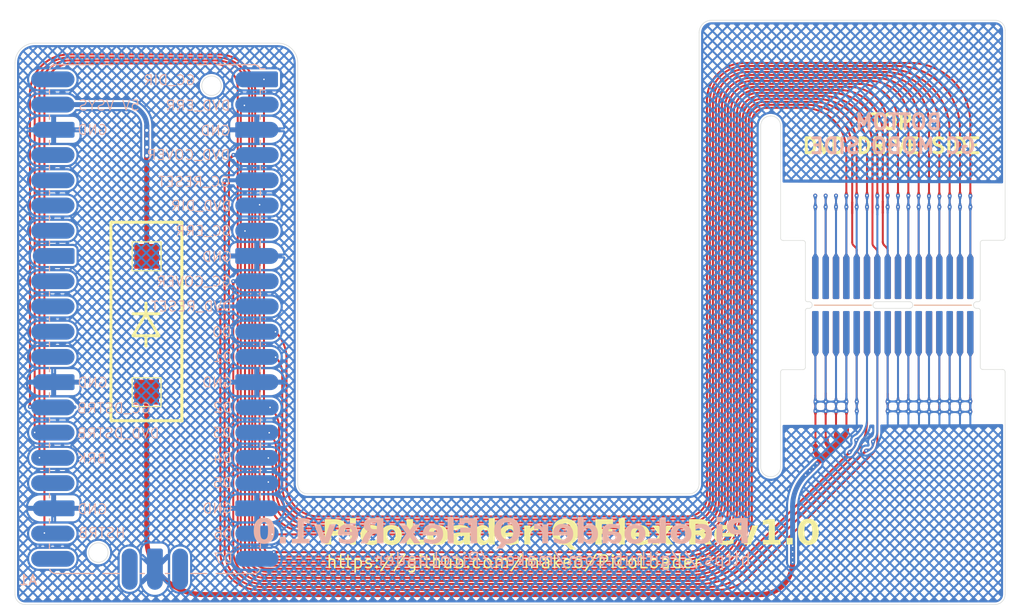
<source format=kicad_pcb>
(kicad_pcb (version 20241229) (generator "pcbnew") (generator_version "9.0")
  (layers (0 "F.Cu" signal) (2 "B.Cu" signal) (13 "F.Paste" user) (15 "B.Paste" user) (5 "F.SilkS" user "F.Silkscreen") (7 "B.SilkS" user "B.Silkscreen") (1 "F.Mask" user) (3 "B.Mask" user) (25 "Edge.Cuts" user))
  (net 0 "")
  (net 1 "/D4")
  (net 7 "/D0")
  (net 9 "/D3")
  (net 10 "/D5")
  (net 11 "/D1")
  (net 12 "/D2")
  (net 16 "+5V")
  (net 18 "/D6")
  (net 20 "Net-(A1-VSYS)")
  (net 23 "/D7")
  (net 24 "GND")
  (net 25 "/GC_ERR")
  (net 26 "/DVD_RESET")
  (net 27 "/AISD")
  (net 28 "/AISLR")
  (net 30 "/DVD_DSTRB")
  (net 31 "/GC_DSTRB")
  (net 32 "/GC_COVER")
  (net 33 "/HSTRB")
  (net 34 "/BRK")
  (net 35 "/AISCLK")
  (net 36 "/DVD_ERR")
  (net 37 "/GC_DIR")
  (net 38 "/GC_RESET")
  (net 39 "/DVD_COVER")
  (net 40 "/DVD_DIR")
  (footprint "GamecubeConnectors:DVDCN_FLEX_PADS" (layer "F.Cu") (at 182.2311 86.6949)
    (property "Reference" "U1" (hide yes))
    (property "Value" "~" (hide yes))
  )
  (footprint "TestPoint:TestPoint_Pad_2.5x2.5mm" (layer "F.Cu") (at 107.1211 95.460686 180)
    (property "Reference" "TP1" (hide yes))
    (property "Value" "Pad2")
  )
  (footprint "TestPoint:TestPoint_Pad_2.5x2.5mm" (layer "F.Cu") (at 107.1211 81.790686 180)
    (property "Reference" "TP2" (hide yes))
    (property "Value" "Pad1")
  )
  (footprint "Module:RaspberryPi_Pico_SMD" (layer "B.Cu") (at 107.9511 88.107472 180)
    (property "Reference" "A1")
    (property "Value" "RaspberryPi_Pico")
  )
  (gr_line (start 107.0511 87.577162) (end 108.351099 89.784211) (stroke (width 0.3)) (layer "F.SilkS"))
  (gr_line (start 105.7511 89.784211) (end 108.351099 89.784211) (stroke (width 0.3)) (layer "F.SilkS"))
  (gr_poly (pts (xy 110.671101 98.340686) (xy 103.5211 98.340686) (xy 103.5211 78.360686) (xy 110.6711 78.360686)) (stroke (width 0.3)) (fill no) (layer "F.SilkS"))
  (gr_line (start 107.051101 89.784211) (end 107.0511 90.797162) (stroke (width 0.3)) (layer "F.SilkS"))
  (gr_line (start 105.7511 89.784211) (end 107.0511 87.577162) (stroke (width 0.3)) (layer "F.SilkS"))
  (gr_line (start 184.3911 86.7099) (end 190.1411 86.7099) (stroke (width 0.1)) (layer "F.SilkS"))
  (gr_line (start 174.3211 86.7099) (end 180.0711 86.7099) (stroke (width 0.1)) (layer "F.SilkS"))
  (gr_line (start 108.3511 87.577162) (end 105.7511 87.577162) (stroke (width 0.3)) (layer "F.SilkS"))
  (gr_line (start 107.0511 87.577162) (end 107.0511 86.500686) (stroke (width 0.3)) (layer "F.SilkS"))
  (gr_line (start 174.3211 86.7099) (end 180.0711 86.7099) (stroke (width 0.1)) (layer "B.SilkS"))
  (gr_line (start 184.3911 86.7099) (end 190.1411 86.7099) (stroke (width 0.1)) (layer "B.SilkS"))
  (gr_arc (start 120.3311 60.3299) (mid 121.745314 60.915686) (end 122.3311 62.3299) (stroke (width 0.05)) (layer "Edge.Cuts"))
  (gr_arc (start 193.5311 79.9299) (mid 193.457877 80.106677) (end 193.2811 80.1799) (stroke (width 0.05)) (layer "Edge.Cuts"))
  (gr_arc (start 162.7311 104.6999) (mid 162.438207 105.407007) (end 161.7311 105.6999) (stroke (width 0.05)) (layer "Edge.Cuts"))
  (gr_arc (start 190.3511 86.6799) (mid 190.444826 86.453626) (end 190.6711 86.3599) (stroke (width 0.05)) (layer "Edge.Cuts"))
  (gr_arc (start 190.6711 87.0299) (mid 190.444826 86.936174) (end 190.3511 86.7099) (stroke (width 0.05)) (layer "Edge.Cuts"))
  (gr_line (start 191.0311 87.2299) (end 191.0311 92.9299) (stroke (width 0.05)) (layer "Edge.Cuts"))
  (gr_arc (start 94.8711 116.8299) (mid 94.163993 116.537007) (end 93.8711 115.8299) (stroke (width 0.05)) (layer "Edge.Cuts"))
  (gr_line (start 180.5511 87.0299) (end 183.9111 87.0299) (stroke (width 0.05)) (layer "Edge.Cuts"))
  (gr_line (start 191.0311 86.1599) (end 191.0311 80.4299) (stroke (width 0.05)) (layer "Edge.Cuts"))
  (gr_line (start 173.4311 87.2299) (end 173.4311 92.9449) (stroke (width 0.05)) (layer "Edge.Cuts"))
  (gr_line (start 171.180928 80.1949) (end 173.1811 80.1949) (stroke (width 0.05)) (layer "Edge.Cuts"))
  (gr_circle (center 113.6511 64.619972) (end 112.6711 64.599972) (stroke (width 0.05)) (fill no) (layer "Edge.Cuts"))
  (gr_arc (start 173.4311 87.2299) (mid 173.489679 87.088479) (end 173.6311 87.0299) (stroke (width 0.05)) (layer "Edge.Cuts"))
  (gr_line (start 168.9311 68.6499) (end 168.9311 102.9799) (stroke (width 0.05)) (layer "Edge.Cuts"))
  (gr_arc (start 191.0311 80.4299) (mid 191.104323 80.253123) (end 191.2811 80.1799) (stroke (width 0.05)) (layer "Edge.Cuts"))
  (gr_arc (start 180.2311 86.6799) (mid 180.324826 86.453626) (end 180.5511 86.3599) (stroke (width 0.05)) (layer "Edge.Cuts"))
  (gr_arc (start 169.9311 103.9799) (mid 169.223993 103.687007) (end 168.9311 102.9799) (stroke (width 0.05)) (layer "Edge.Cuts"))
  (gr_arc (start 191.2811 93.1799) (mid 191.104323 93.106677) (end 191.0311 92.9299) (stroke (width 0.05)) (layer "Edge.Cuts"))
  (gr_arc (start 184.2311 86.7099) (mid 184.137374 86.936174) (end 183.9111 87.0299) (stroke (width 0.05)) (layer "Edge.Cuts"))
  (gr_arc (start 191.0311 86.1599) (mid 190.972521 86.301321) (end 190.8311 86.3599) (stroke (width 0.05)) (layer "Edge.Cuts"))
  (gr_line (start 163.9811 58.0299) (end 192.5311 58.0299) (stroke (width 0.05)) (layer "Edge.Cuts"))
  (gr_line (start 173.1811 93.1949) (end 171.1811 93.1949) (stroke (width 0.05)) (layer "Edge.Cuts"))
  (gr_arc (start 173.7911 86.3599) (mid 174.017374 86.453626) (end 174.1111 86.6799) (stroke (width 0.05)) (layer "Edge.Cuts"))
  (gr_line (start 184.2311 86.6799) (end 184.2311 86.7099) (stroke (width 0.05)) (layer "Edge.Cuts"))
  (gr_line (start 122.3311 62.3299) (end 122.3311 104.6999) (stroke (width 0.05)) (layer "Edge.Cuts"))
  (gr_line (start 193.5311 79.9299) (end 193.5311 59.0299) (stroke (width 0.05)) (layer "Edge.Cuts"))
  (gr_arc (start 93.8711 62.3299) (mid 94.456886 60.915686) (end 95.8711 60.3299) (stroke (width 0.05)) (layer "Edge.Cuts"))
  (gr_line (start 161.7311 105.6999) (end 123.3311 105.6999) (stroke (width 0.05)) (layer "Edge.Cuts"))
  (gr_line (start 180.5511 86.3599) (end 183.9111 86.3599) (stroke (width 0.05)) (layer "Edge.Cuts"))
  (gr_line (start 180.2311 86.6799) (end 180.2311 86.7099) (stroke (width 0.05)) (layer "Edge.Cuts"))
  (gr_arc (start 183.9111 86.3599) (mid 184.137374 86.453626) (end 184.2311 86.6799) (stroke (width 0.05)) (layer "Edge.Cuts"))
  (gr_arc (start 162.7311 59.2799) (mid 163.097217 58.396017) (end 163.9811 58.0299) (stroke (width 0.05)) (layer "Edge.Cuts"))
  (gr_line (start 173.6311 86.3599) (end 173.7911 86.3599) (stroke (width 0.05)) (layer "Edge.Cuts"))
  (gr_arc (start 193.2811 93.1799) (mid 193.457877 93.253123) (end 193.5311 93.4299) (stroke (width 0.05)) (layer "Edge.Cuts"))
  (gr_line (start 190.8311 87.0299) (end 190.6711 87.0299) (stroke (width 0.05)) (layer "Edge.Cuts"))
  (gr_line (start 190.8311 86.3599) (end 190.6711 86.3599) (stroke (width 0.05)) (layer "Edge.Cuts"))
  (gr_arc (start 170.9311 93.4449) (mid 171.004323 93.268123) (end 171.1811 93.1949) (stroke (width 0.05)) (layer "Edge.Cuts"))
  (gr_arc (start 171.180928 80.1949) (mid 171.004204 80.121757) (end 170.930928 79.9451) (stroke (width 0.05)) (layer "Edge.Cuts"))
  (gr_line (start 191.2811 93.1799) (end 193.2811 93.1799) (stroke (width 0.05)) (layer "Edge.Cuts"))
  (gr_line (start 191.2811 80.1799) (end 193.2811 80.1799) (stroke (width 0.05)) (layer "Edge.Cuts"))
  (gr_line (start 190.3511 86.7099) (end 190.3511 86.6799) (stroke (width 0.05)) (layer "Edge.Cuts"))
  (gr_line (start 193.5311 93.4299) (end 193.5311 115.8299) (stroke (width 0.05)) (layer "Edge.Cuts"))
  (gr_arc (start 170.9311 102.9799) (mid 170.638207 103.687007) (end 169.9311 103.9799) (stroke (width 0.05)) (layer "Edge.Cuts"))
  (gr_line (start 93.8711 62.3299) (end 93.8711 115.8299) (stroke (width 0.05)) (layer "Edge.Cuts"))
  (gr_arc (start 193.5311 115.8299) (mid 193.238207 116.537007) (end 192.5311 116.8299) (stroke (width 0.05)) (layer "Edge.Cuts"))
  (gr_arc (start 173.1811 80.1949) (mid 173.357877 80.268123) (end 173.4311 80.4449) (stroke (width 0.05)) (layer "Edge.Cuts"))
  (gr_arc (start 174.1111 86.7099) (mid 174.017374 86.936174) (end 173.7911 87.0299) (stroke (width 0.05)) (layer "Edge.Cuts"))
  (gr_line (start 173.6311 87.0299) (end 173.7911 87.0299) (stroke (width 0.05)) (layer "Edge.Cuts"))
  (gr_arc (start 173.6311 86.3599) (mid 173.489679 86.301321) (end 173.4311 86.1599) (stroke (width 0.05)) (layer "Edge.Cuts"))
  (gr_line (start 170.9311 93.4449) (end 170.9311 102.9799) (stroke (width 0.05)) (layer "Edge.Cuts"))
  (gr_line (start 173.4311 86.1599) (end 173.4311 80.4449) (stroke (width 0.05)) (layer "Edge.Cuts"))
  (gr_arc (start 168.9311 68.6499) (mid 169.221064 67.949864) (end 169.9211 67.6599) (stroke (width 0.05)) (layer "Edge.Cuts"))
  (gr_line (start 170.930928 79.9451) (end 170.930928 68.6499) (stroke (width 0.05)) (layer "Edge.Cuts"))
  (gr_line (start 169.940928 67.6599) (end 169.9211 67.6599) (stroke (width 0.05)) (layer "Edge.Cuts"))
  (gr_line (start 174.1111 86.7099) (end 174.1111 86.6799) (stroke (width 0.05)) (layer "Edge.Cuts"))
  (gr_arc (start 169.940928 67.6599) (mid 170.640946 67.949874) (end 170.930928 68.6499) (stroke (width 0.05)) (layer "Edge.Cuts"))
  (gr_circle (center 102.261304 111.609972) (end 101.281304 111.589972) (stroke (width 0.05)) (fill no) (layer "Edge.Cuts"))
  (gr_line (start 162.7311 104.6999) (end 162.7311 59.2799) (stroke (width 0.05)) (layer "Edge.Cuts"))
  (gr_arc (start 123.3311 105.6999) (mid 122.623993 105.407007) (end 122.3311 104.6999) (stroke (width 0.05)) (layer "Edge.Cuts"))
  (gr_arc (start 192.5311 58.0299) (mid 193.238207 58.322793) (end 193.5311 59.0299) (stroke (width 0.05)) (layer "Edge.Cuts"))
  (gr_arc (start 190.8311 87.0299) (mid 190.972521 87.088479) (end 191.0311 87.2299) (stroke (width 0.05)) (layer "Edge.Cuts"))
  (gr_arc (start 180.5511 87.0299) (mid 180.324826 86.936174) (end 180.2311 86.7099) (stroke (width 0.05)) (layer "Edge.Cuts"))
  (gr_line (start 192.5311 116.8299) (end 94.8711 116.8299) (stroke (width 0.05)) (layer "Edge.Cuts"))
  (gr_arc (start 173.4311 92.9449) (mid 173.357877 93.121677) (end 173.1811 93.1949) (stroke (width 0.05)) (layer "Edge.Cuts"))
  (gr_line (start 120.3311 60.3299) (end 95.8711 60.3299) (stroke (width 0.05)) (layer "Edge.Cuts"))
  (gr_text "https://github.com/makeo/PicoLoader" (at 144.074 112.544 0) (layer "F.SilkS") (effects (font (size 1.27 1.27))))
  (gr_text "      TOP\nDVD DRIVE SIDE" (at 172.96 71.56 0) (layer "F.SilkS") (effects (font (size 1.5 1.5) (thickness 0.3)) (justify left bottom)))
  (gr_text "PicoLoader Q Flex Rev1.0" (at 124.724 111.224 0) (layer "F.SilkS") (effects (font (size 2.5 2.5) (thickness 0.2) (bold yes)) (justify left bottom)))
  (gr_text "GND" (at 115.6511 69.729973 0) (layer "B.SilkS") (effects (font (size 1 1) (thickness 0.1)) (justify left bottom mirror)))
  (gr_text "D5" (at 115.8 105.189 0) (layer "B.SilkS") (effects (font (size 1 1) (thickness 0.1)) (justify left bottom mirror)))
  (gr_text "DVD_DIR" (at 115.7311 77.289971 0) (layer "B.SilkS") (effects (font (size 1 1) (thickness 0.1)) (justify left bottom mirror)))
  (gr_text "GC_COVER" (at 115.7311 84.909972 0) (layer "B.SilkS") (effects (font (size 1 1) (thickness 0.1)) (justify left bottom mirror)))
  (gr_text "https://github.com/makeo/PicoLoader" (at 149.1 112.29 0) (layer "B.SilkS") (effects (font (size 1.27 1.27)) (justify mirror)))
  (gr_text "BRK" (at 103.1611 102.709972 0) (layer "B.SilkS") (effects (font (size 1 1) (thickness 0.1)) (justify left bottom mirror)))
  (gr_text "DVD_COVER" (at 115.6111 72.169972 0) (layer "B.SilkS") (effects (font (size 1 1) (thickness 0.1)) (justify left bottom mirror)))
  (gr_text "GND" (at 103.2711 69.649972 0) (layer "B.SilkS") (effects (font (size 1 1) (thickness 0.1)) (justify left bottom mirror)))
  (gr_text "DVD_RESET" (at 115.7811 87.419972 0) (layer "B.SilkS") (effects (font (size 1 1) (thickness 0.1)) (justify left bottom mirror)))
  (gr_text "GND" (at 115.8111 82.419972 0) (layer "B.SilkS") (effects (font (size 1 1) (thickness 0.1)) (justify left bottom mirror)))
  (gr_text "GND" (at 115.84 107.759 0) (layer "B.SilkS") (effects (font (size 1 1) (thickness 0.1)) (justify left bottom mirror)))
  (gr_text "GND" (at 103.2711 95.089973 0) (layer "B.SilkS") (effects (font (size 1 1) (thickness 0.1)) (justify left bottom mirror)))
  (gr_text "D0" (at 115.74 89.999 0) (layer "B.SilkS") (effects (font (size 1 1) (thickness 0.1)) (justify left bottom mirror)))
  (gr_text "GND" (at 115.820001 95.059 0) (layer "B.SilkS") (effects (font (size 1 1) (thickness 0.1)) (justify left bottom mirror)))
  (gr_text "DVD_ERR" (at 115.6311 67.199972 0) (layer "B.SilkS") (effects (font (size 1 1) (thickness 0.1)) (justify left bottom mirror)))
  (gr_text "GC_DSTRB" (at 107.6511 97.669972 0) (layer "B.SilkS") (effects (font (size 1 1) (thickness 0.1)) (justify left bottom mirror)))
  (gr_text "D4" (at 115.8 102.669 0) (layer "B.SilkS") (effects (font (size 1 1) (thickness 0.1)) (justify left bottom mirror)))
  (gr_text "GC_ERR" (at 115.751101 79.819972 0) (layer "B.SilkS") (effects (font (size 1 1) (thickness 0.1)) (justify left bottom mirror)))
  (gr_text "GND" (at 103.2411 107.829972 0) (layer "B.SilkS") (effects (font (size 1 1) (thickness 0.1)) (justify left bottom mirror)))
  (gr_text "D2" (at 115.81 97.599 0) (layer "B.SilkS") (effects (font (size 1 1) (thickness 0.1)) (justify left bottom mirror)))
  (gr_text "HSTRB" (at 105.0611 110.219972 0) (layer "B.SilkS") (effects (font (size 1 1) (thickness 0.1)) (justify left bottom mirror)))
  (gr_text "D6" (at 115.86 110.339 0) (layer "B.SilkS") (effects (font (size 1 1) (thickness 0.1)) (justify left bottom mirror)))
  (gr_text "D1" (at 115.8 92.509 0) (layer "B.SilkS") (effects (font (size 1 1) (thickness 0.1)) (justify left bottom mirror)))
  (gr_text "PicoLoader Q Flex Rev1.0" (at 167.95 111.11 0) (layer "B.SilkS") (effects (font (size 2.5 2.5) (thickness 0.2) (bold yes)) (justify left bottom mirror)))
  (gr_text "GC_DIR" (at 112.1111 64.639972 0) (layer "B.SilkS") (effects (font (size 1 1) (thickness 0.1)) (justify left bottom mirror)))
  (gr_text "D7" (at 115.88 112.789 0) (layer "B.SilkS") (effects (font (size 1 1) (thickness 0.1)) (justify left bottom mirror)))
  (gr_text "   BOTTOM\nGC MOBO SIDE" (at 190.74 71.56 0) (layer "B.SilkS") (effects (font (size 1.5 1.5) (thickness 0.3) (bold yes)) (justify left bottom mirror)))
  (gr_text "D3" (at 115.79 100.119 0) (layer "B.SilkS") (effects (font (size 1 1) (thickness 0.1)) (justify left bottom mirror)))
  (gr_text "GC_RESET" (at 115.6111 74.869972 0) (layer "B.SilkS") (effects (font (size 1 1) (thickness 0.1)) (justify left bottom mirror)))
  (gr_text "5V VSYS" (at 106.501099 67.189972 0) (layer "B.SilkS") (effects (font (size 1 1) (thickness 0.1)) (justify left bottom mirror)))
  (gr_text "DVD_DSTRB" (at 108.4911 100.199972 0) (layer "B.SilkS") (effects (font (size 1 1) (thickness 0.1)) (justify left bottom mirror)))
  (segment (start 119.82 103.176362) (end 119.82 105.597612) (width 0.2) (layer "F.Cu") (net 1))
  (segment (start 185.8711 68.392155) (end 185.8711 75.7199) (width 0.2) (layer "F.Cu") (net 1))
  (segment (start 185.8711 76.7899) (end 185.8711 75.7199) (width 0.2) (layer "F.Cu") (net 1))
  (segment (start 123.400388 109.178) (end 162.050436 109.178) (width 0.2) (layer "F.Cu") (net 1))
  (segment (start 164.724 106.504436) (end 164.724 66.625434) (width 0.2) (layer "F.Cu") (net 1))
  (segment (start 167.815434 63.534) (end 181.012945 63.534) (width 0.2) (layer "F.Cu") (net 1))
  (segment (start 185.8711 83.9699) (end 185.8711 76.7899) (width 0.2) (layer "F.Cu") (net 1))
  (via (at 119.37 102.09) (size 0.4) (drill 0.15) (layers "F.Cu" "B.Cu") (net 1))
  (via (at 185.8711 76.8199) (size 0.4) (drill 0.15) (layers "F.Cu" "B.Cu") (net 1))
  (via (at 185.8711 75.7199) (size 0.4) (drill 0.15) (layers "F.Cu" "B.Cu") (net 1))
  (arc (start 119.37 102.09) (mid 119.703055 102.58844) (end 119.82 103.176362) (width 0.2) (layer "F.Cu") (net 1))
  (arc (start 181.012945 63.534) (mid 184.448179 64.956921) (end 185.8711 68.392155) (width 0.2) (layer "F.Cu") (net 1))
  (arc (start 167.815434 63.534) (mid 165.62946 64.43946) (end 164.724 66.625434) (width 0.2) (layer "F.Cu") (net 1))
  (arc (start 119.82 105.597612) (mid 120.868671 108.129329) (end 123.400388 109.178) (width 0.2) (layer "F.Cu") (net 1))
  (arc (start 162.050436 109.178) (mid 163.940931 108.394931) (end 164.724 106.504436) (width 0.2) (layer "F.Cu") (net 1))
  (segment (start 185.8711 83.9699) (end 185.8711 76.8199) (width 0.2) (layer "B.Cu") (net 1))
  (segment (start 185.8711 76.8199) (end 185.8711 75.7199) (width 0.2) (layer "B.Cu") (net 1))
  (segment (start 120.09 89.39) (end 120.091268 89.391268) (width 0.2) (layer "F.Cu") (net 7))
  (segment (start 163.52 105.984536) (end 163.52 66.079008) (width 0.2) (layer "F.Cu") (net 7))
  (segment (start 167.269008 62.33) (end 184.01 62.33) (width 0.2) (layer "F.Cu") (net 7))
  (segment (start 124.397936 107.974) (end 161.530536 107.974) (width 0.2) (layer "F.Cu") (net 7))
  (segment (start 190.0311 83.9699) (end 190.0311 76.6799) (width 0.2) (layer "F.Cu") (net 7))
  (segment (start 121.2 92.067985) (end 121.2 104.776064) (width 0.2) (layer "F.Cu") (net 7))
  (segment (start 190.0311 68.3511) (end 190.0311 75.6999) (width 0.2) (layer "F.Cu") (net 7))
  (segment (start 190.0311 76.6799) (end 190.0311 75.6999) (width 0.2) (layer "F.Cu") (net 7))
  (via (at 190.0311 75.6999) (size 0.4) (drill 0.15) (layers "F.Cu" "B.Cu") (net 7))
  (via (at 120.09 89.39) (size 0.4) (drill 0.15) (layers "F.Cu" "B.Cu") (net 7))
  (via (at 190.0311 76.8199) (size 0.4) (drill 0.15) (layers "F.Cu" "B.Cu") (net 7))
  (arc (start 120.091268 89.391268) (mid 120.91185 90.619356) (end 121.2 92.067985) (width 0.2) (layer "F.Cu") (net 7))
  (arc (start 184.01 62.33) (mid 188.267561 64.093539) (end 190.0311 68.3511) (width 0.2) (layer "F.Cu") (net 7))
  (arc (start 121.2 104.776064) (mid 122.136654 107.037346) (end 124.397936 107.974) (width 0.2) (layer "F.Cu") (net 7))
  (arc (start 161.530536 107.974) (mid 162.937299 107.391299) (end 163.52 105.984536) (width 0.2) (layer "F.Cu") (net 7))
  (arc (start 167.269008 62.33) (mid 164.618059 63.428059) (end 163.52 66.079008) (width 0.2) (layer "F.Cu") (net 7))
  (segment (start 190.0311 83.9699) (end 190.0311 76.8199) (width 0.2) (layer "B.Cu") (net 7))
  (segment (start 190.0311 76.8199) (end 190.0311 75.6999) (width 0.2) (layer "B.Cu") (net 7))
  (segment (start 120.09 89.39) (end 120.077473 89.377473) (width 0.2) (layer "B.Cu") (net 7))
  (segment (start 186.9111 76.7599) (end 186.9111 75.7399) (width 0.2) (layer "F.Cu") (net 9))
  (segment (start 167.593398 63.233) (end 181.344112 63.233) (width 0.2) (layer "F.Cu") (net 9))
  (segment (start 120.15 101.195533) (end 120.15 105.358911) (width 0.2) (layer "F.Cu") (net 9))
  (segment (start 186.9111 68.799988) (end 186.9111 75.7399) (width 0.2) (layer "F.Cu") (net 9))
  (segment (start 119.46 99.55) (end 119.474337 99.564337) (width 0.2) (layer "F.Cu") (net 9))
  (segment (start 186.9111 83.9699) (end 186.9111 76.7599) (width 0.2) (layer "F.Cu") (net 9))
  (segment (start 164.423 106.405812) (end 164.423 66.403398) (width 0.2) (layer "F.Cu") (net 9))
  (segment (start 123.668089 108.877) (end 161.951812 108.877) (width 0.2) (layer "F.Cu") (net 9))
  (via (at 119.46 99.55) (size 0.4) (drill 0.15) (layers "F.Cu" "B.Cu") (net 9))
  (via (at 186.9111 76.8199) (size 0.4) (drill 0.15) (layers "F.Cu" "B.Cu") (net 9))
  (via (at 186.9111 75.7399) (size 0.4) (drill 0.15) (layers "F.Cu" "B.Cu") (net 9))
  (arc (start 120.15 105.358911) (mid 121.180424 107.846576) (end 123.668089 108.877) (width 0.2) (layer "F.Cu") (net 9))
  (arc (start 119.474337 99.564337) (mid 119.974401 100.312736) (end 120.15 101.195533) (width 0.2) (layer "F.Cu") (net 9))
  (arc (start 181.344112 63.233) (mid 185.280567 64.863533) (end 186.9111 68.799988) (width 0.2) (layer "F.Cu") (net 9))
  (arc (start 167.593398 63.233) (mid 165.351588 64.161588) (end 164.423 66.403398) (width 0.2) (layer "F.Cu") (net 9))
  (arc (start 161.951812 108.877) (mid 163.699206 108.153206) (end 164.423 106.405812) (width 0.2) (layer "F.Cu") (net 9))
  (segment (start 186.9111 83.9699) (end 186.9111 76.8199) (width 0.2) (layer "B.Cu") (net 9))
  (segment (start 186.9111 76.8199) (end 186.9111 75.7399) (width 0.2) (layer "B.Cu") (net 9))
  (segment (start 165.025 106.653859) (end 165.025 66.774961) (width 0.2) (layer "F.Cu") (net 10))
  (segment (start 184.8311 83.9699) (end 184.8311 76.7799) (width 0.2) (layer "F.Cu") (net 10))
  (segment (start 184.8311 76.7799) (end 184.8311 75.6999) (width 0.2) (layer "F.Cu") (net 10))
  (segment (start 184.8311 68.155287) (end 184.8311 75.6999) (width 0.2) (layer "F.Cu") (net 10))
  (segment (start 123.0407 109.479) (end 162.199859 109.479) (width 0.2) (layer "F.Cu") (net 10))
  (segment (start 167.964961 63.835) (end 180.510813 63.835) (width 0.2) (layer "F.Cu") (net 10))
  (segment (start 119.37 104.51) (end 119.37 105.8083) (width 0.2) (layer "F.Cu") (net 10))
  (via (at 184.8311 75.6999) (size 0.4) (drill 0.15) (layers "F.Cu" "B.Cu") (net 10))
  (via (at 119.37 104.51) (size 0.4) (drill 0.15) (layers "F.Cu" "B.Cu") (net 10))
  (via (at 184.8311 76.8199) (size 0.4) (drill 0.15) (layers "F.Cu" "B.Cu") (net 10))
  (arc (start 165.025 66.774961) (mid 165.886095 64.696095) (end 167.964961 63.835) (width 0.2) (layer "F.Cu") (net 10))
  (arc (start 119.37 105.8083) (mid 120.445123 108.403877) (end 123.0407 109.479) (width 0.2) (layer "F.Cu") (net 10))
  (arc (start 180.510813 63.835) (mid 183.565717 65.100383) (end 184.8311 68.155287) (width 0.2) (layer "F.Cu") (net 10))
  (arc (start 162.199859 109.479) (mid 164.197535 108.651535) (end 165.025 106.653859) (width 0.2) (layer "F.Cu") (net 10))
  (segment (start 184.8311 76.8199) (end 184.8311 75.6999) (width 0.2) (layer "B.Cu") (net 10))
  (segment (start 184.8311 83.9699) (end 184.8311 76.8199) (width 0.2) (layer "B.Cu") (net 10))
  (segment (start 163.821 106.130707) (end 163.821 66.160464) (width 0.2) (layer "F.Cu") (net 11))
  (segment (start 124.149752 108.275) (end 161.676707 108.275) (width 0.2) (layer "F.Cu") (net 11))
  (segment (start 167.350464 62.631) (end 182.651 62.631) (width 0.2) (layer "F.Cu") (net 11))
  (segment (start 120.77 93.557513) (end 120.77 104.895248) (width 0.2) (layer "F.Cu") (net 11))
  (segment (start 188.9911 83.9699) (end 188.9911 76.7599) (width 0.2) (layer "F.Cu") (net 11))
  (segment (start 188.9911 68.9711) (end 188.9911 75.6699) (width 0.2) (layer "F.Cu") (net 11))
  (segment (start 188.9911 76.7599) (end 188.9911 75.6699) (width 0.2) (layer "F.Cu") (net 11))
  (via (at 188.9911 75.6699) (size 0.4) (drill 0.15) (layers "F.Cu" "B.Cu") (net 11))
  (via (at 188.9911 76.8199) (size 0.4) (drill 0.15) (layers "F.Cu" "B.Cu") (net 11))
  (via (at 120.1 91.94) (size 0.4) (drill 0.15) (layers "F.Cu" "B.Cu") (net 11))
  (arc (start 182.651 62.631) (mid 187.134128 64.487972) (end 188.9911 68.9711) (width 0.2) (layer "F.Cu") (net 11))
  (arc (start 120.1 91.94) (mid 120.595874 92.682124) (end 120.77 93.557513) (width 0.2) (layer "F.Cu") (net 11))
  (arc (start 120.77 104.895248) (mid 121.759906 107.285094) (end 124.149752 108.275) (width 0.2) (layer "F.Cu") (net 11))
  (arc (start 167.350464 62.631) (mid 164.854756 63.664756) (end 163.821 66.160464) (width 0.2) (layer "F.Cu") (net 11))
  (arc (start 161.676707 108.275) (mid 163.192951 107.646951) (end 163.821 106.130707) (width 0.2) (layer "F.Cu") (net 11))
  (segment (start 188.9911 83.9699) (end 188.9911 76.8199) (width 0.2) (layer "B.Cu") (net 11))
  (segment (start 120.1 91.94) (end 120.077472 91.917472) (width 0.2) (layer "B.Cu") (net 11))
  (segment (start 188.9911 76.8199) (end 188.9911 75.6699) (width 0.2) (layer "B.Cu") (net 11))
  (segment (start 187.9511 69.2011) (end 187.9511 75.7199) (width 0.2) (layer "F.Cu") (net 12))
  (segment (start 187.9511 83.9699) (end 187.9511 76.6999) (width 0.2) (layer "F.Cu") (net 12))
  (segment (start 120.451 100.115322) (end 120.451 105.09848) (width 0.2) (layer "F.Cu") (net 12))
  (segment (start 120.45 100.114322) (end 120.451 100.115322) (width 0.2) (layer "F.Cu") (net 12))
  (segment (start 167.516421 62.932) (end 181.682 62.932) (width 0.2) (layer "F.Cu") (net 12))
  (segment (start 120.45 99.04484) (end 120.45 100.114322) (width 0.2) (layer "F.Cu") (net 12))
  (segment (start 123.92852 108.576) (end 161.804149 108.576) (width 0.2) (layer "F.Cu") (net 12))
  (segment (start 164.122 106.258149) (end 164.122 66.326421) (width 0.2) (layer "F.Cu") (net 12))
  (segment (start 119.54 97) (end 119.647546 97.107546) (width 0.2) (layer "F.Cu") (net 12))
  (segment (start 187.9511 76.6999) (end 187.9511 76.8299) (width 0.2) (layer "F.Cu") (net 12))
  (segment (start 187.9511 76.6999) (end 187.9511 75.7199) (width 0.2) (layer "F.Cu") (net 12))
  (via (at 119.54 97) (size 0.4) (drill 0.15) (layers "F.Cu" "B.Cu") (net 12))
  (via (at 187.9511 76.8199) (size 0.4) (drill 0.15) (layers "F.Cu" "B.Cu") (net 12))
  (via (at 187.9511 75.7199) (size 0.4) (drill 0.15) (layers "F.Cu" "B.Cu") (net 12))
  (arc (start 181.682 62.932) (mid 186.114923 64.768177) (end 187.9511 69.2011) (width 0.2) (layer "F.Cu") (net 12))
  (arc (start 161.804149 108.576) (mid 163.443117 107.897117) (end 164.122 106.258149) (width 0.2) (layer "F.Cu") (net 12))
  (arc (start 119.647546 97.107546) (mid 120.241449 97.996384) (end 120.45 99.04484) (width 0.2) (layer "F.Cu") (net 12))
  (arc (start 120.451 105.09848) (mid 121.469542 107.557458) (end 123.92852 108.576) (width 0.2) (layer "F.Cu") (net 12))
  (arc (start 167.516421 62.932) (mid 165.116203 63.926203) (end 164.122 66.326421) (width 0.2) (layer "F.Cu") (net 12))
  (segment (start 187.9511 76.8199) (end 187.9511 75.7199) (width 0.2) (layer "B.Cu") (net 12))
  (segment (start 187.9511 83.9699) (end 187.9511 76.8199) (width 0.2) (layer "B.Cu") (net 12))
  (segment (start 175.4711 95.5699) (end 175.4711 96.8999) (width 0.2) (layer "F.Cu") (net 16))
  (segment (start 174.945 102.205) (end 175.045 102.205) (width 0.5) (layer "F.Cu") (net 16))
  (segment (start 176.5111 97.3699) (end 176.5111 99.7011) (width 0.2) (layer "F.Cu") (net 16))
  (segment (start 176.93 100.32) (end 177.277107 99.972893) (width 0.5) (layer "F.Cu") (net 16))
  (segment (start 174.4411 100.9011) (end 174.4411 101.286886) (width 0.5) (layer "F.Cu") (net 16))
  (segment (start 177.5611 99.1511) (end 177.5611 97.3799) (width 0.2) (layer "F.Cu") (net 16))
  (segment (start 107.1211 110.080815) (end 107.1211 95.460686) (width 0.5) (layer "F.Cu") (net 16))
  (segment (start 174.6 102.66) (end 173.45 103.81) (width 0.5) (layer "F.Cu") (net 16))
  (segment (start 174.4311 96.4299) (end 174.4411 96.4199) (width 0.2) (layer "F.Cu") (net 16))
  (segment (start 174.44 100.9) (end 174.4411 100.9011) (width 0.5) (layer "F.Cu") (net 16))
  (segment (start 174.4311 95.7899) (end 174.4311 96.9699) (width 0.2) (layer "F.Cu") (net 16))
  (segment (start 176.08 101.17) (end 176.93 100.32) (width 0.5) (layer "F.Cu") (net 16))
  (segment (start 174.4311 97.3599) (end 174.4411 97.3699) (width 0.2) (layer "F.Cu") (net 16))
  (segment (start 174.6 102.65) (end 174.6 102.66) (width 0.5) (layer "F.Cu") (net 16))
  (segment (start 174.4411 100.8989) (end 174.4411 97.3699) (width 0.2) (layer "F.Cu") (net 16))
  (segment (start 174.4311 96.9699) (end 174.4311 97.3599) (width 0.2) (layer "F.Cu") (net 16))
  (segment (start 175.4711 97.3699) (end 175.4711 96.8999) (width 0.2) (layer "F.Cu") (net 16))
  (segment (start 174.4311 95.7899) (end 174.4311 96.4099) (width 0.2) (layer "F.Cu") (net 16))
  (segment (start 175.4711 89.4199) (end 175.4711 95.5699) (width 0.2) (layer "F.Cu") (net 16))
  (segment (start 177.5611 96.4099) (end 177.5611 97.3299) (width 0.2) (layer "F.Cu") (net 16))
  (segment (start 176.54 99.909289) (end 176.54 99.73) (width 0.5) (layer "F.Cu") (net 16))
  (segment (start 177.5511 89.4199) (end 177.5511 96.3699) (width 0.2) (layer "F.Cu") (net 16))
  (segment (start 168.899994 115.84) (end 112.880285 115.84) (width 0.5) (layer "F.Cu") (net 16))
  (segment (start 177.57 99.265786) (end 177.57 99.16) (width 0.5) (layer "F.Cu") (net 16))
  (segment (start 175.4711 96.4199) (end 175.4711 95.5699) (width 0.2) (layer "F.Cu") (net 16))
  (segment (start 175.52 100.17) (end 175.4711 100.1211) (width 0.2) (layer "F.Cu") (net 16))
  (segment (start 175.52 100.17) (end 175.52 100.195786) (width 0.5) (layer "F.Cu") (net 16))
  (segment (start 176.93 100.32) (end 176.554644 99.944644) (width 0.5) (layer "F.Cu") (net 16))
  (segment (start 173.86 103.39) (end 174.24 103.01) (width 0.5) (layer "F.Cu") (net 16))
  (segment (start 176.5111 99.7011) (end 176.54 99.73) (width 0.2) (layer "F.Cu") (net 16))
  (segment (start 174.6 102.65) (end 175.045 102.205) (width 0.5) (layer "F.Cu") (net 16))
  (segment (start 172.14 112.1) (end 172.14 111.54) (width 0.5) (layer "F.Cu") (net 16))
  (segment (start 172.14 110.96) (end 172.14 112.6) (width 0.5) (layer "F.Cu") (net 16))
  (segment (start 176.5111 96.4199) (end 176.5111 97.3699) (width 0.2) (layer "F.Cu") (net 16))
  (segment (start 174.44 100.9) (end 174.4411 100.8989) (width 0.2) (layer "F.Cu") (net 16))
  (segment (start 175.4711 96.8999) (end 175.4711 96.4199) (width 0.2) (layer "F.Cu") (net 16))
  (segment (start 174.4311 96.4099) (end 174.4411 96.4199) (width 0.2) (layer "F.Cu") (net 16))
  (segment (start 174.4311 89.4199) (end 174.4311 95.7899) (width 0.2) (layer "F.Cu") (net 16))
  (segment (start 174.733993 101.993993) (end 174.945 102.205) (width 0.5) (layer "F.Cu") (net 16))
  (segment (start 177.57 99.16) (end 177.5611 99.1511) (width 0.2) (layer "F.Cu") (net 16))
  (segment (start 175.045 102.205) (end 176.08 101.17) (width 0.5) (layer "F.Cu") (net 16))
  (segment (start 174.4311 96.9699) (end 174.4311 96.4299) (width 0.2) (layer "F.Cu") (net 16))
  (segment (start 177.5611 97.3299) (end 177.5711 97.3399) (width 0.2) (layer "F.Cu") (net 16))
  (segment (start 176.5111 96.4199) (end 176.5111 89.4199) (width 0.2) (layer "F.Cu") (net 16))
  (segment (start 175.4711 100.1211) (end 175.4711 97.3699) (width 0.2) (layer "F.Cu") (net 16))
  (segment (start 175.812893 100.902893) (end 176.08 101.17) (width 0.5) (layer "F.Cu") (net 16))
  (segment (start 177.5511 96.3699) (end 177.5611 96.3799) (width 0.2) (layer "F.Cu") (net 16))
  (via (at 174.4411 96.4199) (size 0.4) (drill 0.15) (layers "F.Cu" "B.Cu") (net 16))
  (via (at 174.4411 97.3699) (size 0.4) (drill 0.15) (layers "F.Cu" "B.Cu") (net 16))
  (via (at 175.4711 97.3699) (size 0.4) (drill 0.15) (layers "F.Cu" "B.Cu") (net 16))
  (via (at 172.14 111.54) (size 0.4) (drill 0.15) (layers "F.Cu" "B.Cu") (net 16))
  (via (at 176.5111 97.3699) (size 0.4) (drill 0.15) (layers "F.Cu" "B.Cu") (net 16))
  (via (at 172.14 112.6) (size 0.4) (drill 0.15) (layers "F.Cu" "B.Cu") (net 16))
  (via (at 176.5111 96.4199) (size 0.4) (drill 0.15) (layers "F.Cu" "B.Cu") (net 16))
  (via (at 174.24 103.01) (size 0.4) (drill 0.15) (layers "F.Cu" "B.Cu") (net 16))
  (via (at 172.14 110.96) (size 0.4) (drill 0.15) (layers "F.Cu" "B.Cu") (net 16))
  (via (at 173.45 103.81) (size 0.4) (drill 0.15) (layers "F.Cu" "B.Cu") (net 16))
  (via (at 177.5611 96.4099) (size 0.4) (drill 0.15) (layers "F.Cu" "B.Cu") (net 16))
  (via (at 175.4711 96.4199) (size 0.4) (drill 0.15) (layers "F.Cu" "B.Cu") (net 16))
  (via (at 172.14 112.1) (size 0.4) (drill 0.15) (layers "F.Cu" "B.Cu") (net 16))
  (via (at 177.5611 97.3799) (size 0.4) (drill 0.15) (layers "F.Cu" "B.Cu") (net 16))
  (via (at 173.86 103.39) (size 0.4) (drill 0.15) (layers "F.Cu" "B.Cu") (net 16))
  (via (at 174.6 102.65) (size 0.4) (drill 0.15) (layers "F.Cu" "B.Cu") (net 16))
  (arc (start 177.57 99.265786) (mid 177.49388 99.648469) (end 177.277107 99.972893) (width 0.5) (layer "F.Cu") (net 16))
  (arc (start 176.54 99.909289) (mid 176.543806 99.928423) (end 176.554644 99.944644) (width 0.5) (layer "F.Cu") (net 16))
  (arc (start 168.899994 115.84) (mid 171.191024 114.891024) (end 172.14 112.6) (width 0.5) (layer "F.Cu") (net 16))
  (arc (start 112.880285 115.84) (mid 108.807926 114.153174) (end 107.1211 110.080815) (width 0.5) (layer "F.Cu") (net 16))
  (arc (start 107.1111 95.450686) (mid 107.114029 95.457757) (end 107.1211 95.460686) (width 0.5) (layer "F.Cu") (net 16))
  (arc (start 175.812893 100.902893) (mid 175.59612 100.57847) (end 175.52 100.195786) (width 0.5) (layer "F.Cu") (net 16))
  (arc (start 174.4411 101.286886) (mid 174.51722 101.669569) (end 174.733993 101.993993) (width 0.5) (layer "F.Cu") (net 16))
  (segment (start 176.5111 89.4199) (end 176.5111 95.8099) (width 0.2) (layer "B.Cu") (net 16))
  (segment (start 175.4711 96.4199) (end 175.4711 97.3699) (width 0.2) (layer "B.Cu") (net 16))
  (segment (start 177.5511 95.6199) (end 177.5511 97.0599) (width 0.2) (layer "B.Cu") (net 16))
  (segment (start 176.5111 97.3699) (end 175.4711 97.3699) (width 0.2) (layer "B.Cu") (net 16))
  (segment (start 176.5111 95.8099) (end 176.5111 96.9299) (width 0.2) (layer "B.Cu") (net 16))
  (segment (start 174.4311 96.4099) (end 174.4411 96.4199) (width 0.2) (layer "B.Cu") (net 16))
  (segment (start 174.4311 89.4199) (end 174.4311 96.4099) (width 0.2) (layer "B.Cu") (net 16))
  (segment (start 172.14 111.54) (end 172.14 110.96) (width 0.5) (layer "B.Cu") (net 16))
  (segment (start 177.5511 95.6199) (end 177.5511 96.3999) (width 0.2) (layer "B.Cu") (net 16))
  (segment (start 175.4711 96.4199) (end 174.4411 96.4199) (width 0.2) (layer "B.Cu") (net 16))
  (segment (start 176.5111 96.4199) (end 175.4711 96.4199) (width 0.2) (layer "B.Cu") (net 16))
  (segment (start 177.5511 97.0599) (end 177.5511 96.4199) (width 0.2) (layer "B.Cu") (net 16))
  (segment (start 176.5111 95.8099) (end 176.5111 96.4199) (width 0.2) (layer "B.Cu") (net 16))
  (segment (start 176.5111 96.4199) (end 177.536958 96.4199) (width 0.2) (layer "B.Cu") (net 16))
  (segment (start 177.5511 96.4199) (end 177.5611 96.4099) (width 0.2) (layer "B.Cu") (net 16))
  (segment (start 175.4711 97.3699) (end 174.4411 97.3699) (width 0.2) (layer "B.Cu") (net 16))
  (segment (start 173.45 103.8) (end 173.86 103.39) (width 0.5) (layer "B.Cu") (net 16))
  (segment (start 174.24 103.01) (end 174.6 102.65) (width 0.5) (layer "B.Cu") (net 16))
  (segment (start 174.24 103.01) (end 174.24 103.02) (width 0.5) (layer "B.Cu") (net 16))
  (segment (start 177.5511 89.4199) (end 177.5511 95.6199) (width 0.2) (layer "B.Cu") (net 16))
  (segment (start 173.45 103.81) (end 173.45 103.8) (width 0.5) (layer "B.Cu") (net 16))
  (segment (start 176.5111 96.9299) (end 176.5111 96.4199) (width 0.2) (layer "B.Cu") (net 16))
  (segment (start 177.5511 97.0599) (end 177.5511 97.3699) (width 0.2) (layer "B.Cu") (net 16))
  (segment (start 176.5111 96.9299) (end 176.5111 97.3699) (width 0.2) (layer "B.Cu") (net 16))
  (segment (start 172.14 110.51) (end 172.14 112.6) (width 0.5) (layer "B.Cu") (net 16))
  (segment (start 174.24 103.02) (end 173.45 103.81) (width 0.5) (layer "B.Cu") (net 16))
  (segment (start 175.4711 89.4199) (end 175.4711 96.4199) (width 0.2) (layer "B.Cu") (net 16))
  (segment (start 177.5511 96.3999) (end 177.5611 96.4099) (width 0.2) (layer "B.Cu") (net 16))
  (segment (start 172.14 110.51) (end 172.14 106.972528) (width 0.5) (layer "B.Cu") (net 16))
  (segment (start 174.4411 97.3699) (end 174.4411 96.4199) (width 0.2) (layer "B.Cu") (net 16))
  (segment (start 177.5511 97.3699) (end 177.5611 97.3799) (width 0.2) (layer "B.Cu") (net 16))
  (segment (start 172.14 110.96) (end 172.14 110.51) (width 0.5) (layer "B.Cu") (net 16))
  (segment (start 172.14 112.6) (end 172.14 112.1) (width 0.5) (layer "B.Cu") (net 16))
  (segment (start 177.536958 97.3699) (end 176.5111 97.3699) (width 0.2) (layer "B.Cu") (net 16))
  (arc (start 177.536958 96.4199) (mid 177.550024 96.417301) (end 177.5611 96.4099) (width 0.2) (layer "B.Cu") (net 16))
  (arc (start 173.45 103.81) (mid 172.480456 105.260982) (end 172.14 106.972528) (width 0.5) (layer "B.Cu") (net 16))
  (arc (start 177.5611 97.3799) (mid 177.550024 97.372498) (end 177.536958 97.3699) (width 0.2) (layer "B.Cu") (net 16))
  (segment (start 165.326 106.823574) (end 165.326 66.89152) (width 0.2) (layer "F.Cu") (net 18))
  (segment (start 183.7911 76.7799) (end 183.7911 75.6799) (width 0.2) (layer "F.Cu") (net 18))
  (segment (start 183.7911 83.9699) (end 183.7911 76.7799) (width 0.2) (layer "F.Cu") (net 18))
  (segment (start 168.08152 64.136) (end 179.912213 64.136) (width 0.2) (layer "F.Cu") (net 18))
  (segment (start 119.76 109.77) (end 119.77 109.78) (width 0.2) (layer "F.Cu") (net 18))
  (segment (start 183.7911 68.014887) (end 183.7911 75.6799) (width 0.2) (layer "F.Cu") (net 18))
  (segment (start 119.77 109.78) (end 162.369574 109.78) (width 0.2) (layer "F.Cu") (net 18))
  (via (at 183.7911 75.6799) (size 0.4) (drill 0.15) (layers "F.Cu" "B.Cu") (net 18))
  (via (at 119.76 109.77) (size 0.4) (drill 0.15) (layers "F.Cu" "B.Cu") (net 18))
  (via (at 183.7911 76.8199) (size 0.4) (drill 0.15) (layers "F.Cu" "B.Cu") (net 18))
  (arc (start 179.912213 64.136) (mid 182.655 65.2721) (end 183.7911 68.014887) (width 0.2) (layer "F.Cu") (net 18))
  (arc (start 168.08152 64.136) (mid 166.133073 64.943073) (end 165.326 66.89152) (width 0.2) (layer "F.Cu") (net 18))
  (arc (start 162.369574 109.78) (mid 164.460083 108.914083) (end 165.326 106.823574) (width 0.2) (layer "F.Cu") (net 18))
  (segment (start 183.7911 83.9699) (end 183.7911 76.7799) (width 0.2) (layer "B.Cu") (net 18))
  (segment (start 183.7911 76.7799) (end 183.7911 75.6799) (width 0.2) (layer "B.Cu") (net 18))
  (segment (start 107.121101 81.790687) (end 107.1211 81.790686) (width 0.4) (layer "F.Cu") (net 20))
  (segment (start 107.1311 69.539972) (end 107.1311 70.809972) (width 0.5) (layer "F.Cu") (net 20))
  (segment (start 107.1311 69.539972) (end 107.1311 69.959972) (width 0.5) (layer "F.Cu") (net 20))
  (segment (start 107.131101 69.109972) (end 107.1311 69.539972) (width 0.5) (layer "F.Cu") (net 20))
  (segment (start 107.1311 71.899972) (end 107.1211 71.909971) (width 0.5) (layer "F.Cu") (net 20))
  (segment (start 107.1211 71.909971) (end 107.1211 81.790686) (width 0.5) (layer "F.Cu") (net 20))
  (segment (start 107.1311 71.659972) (end 107.1311 71.899972) (width 0.5) (layer "F.Cu") (net 20))
  (segment (start 107.1311 70.809972) (end 107.1311 71.659972) (width 0.5) (layer "F.Cu") (net 20))
  (via (at 107.1311 70.809972) (size 0.5) (drill 0.3) (layers "F.Cu" "B.Cu") (net 20))
  (via (at 107.131101 69.109972) (size 0.5) (drill 0.3) (layers "F.Cu" "B.Cu") (net 20))
  (via (at 107.1311 69.959972) (size 0.5) (drill 0.3) (layers "F.Cu" "B.Cu") (net 20))
  (via (at 107.1311 71.659972) (size 0.5) (drill 0.3) (layers "F.Cu" "B.Cu") (net 20))
  (segment (start 107.1311 68.648399) (end 107.131101 69.109972) (width 0.5) (layer "B.Cu") (net 20))
  (segment (start 97.6781 66.517472) (end 105.000173 66.517472) (width 0.5) (layer "B.Cu") (net 20))
  (segment (start 107.1311 69.959972) (end 107.1311 71.659972) (width 0.5) (layer "B.Cu") (net 20))
  (segment (start 106.414387 67.10326) (end 106.545313 67.234186) (width 0.5) (layer "B.Cu") (net 20))
  (segment (start 107.1311 69.959972) (end 107.1311 70.809972) (width 0.5) (layer "B.Cu") (net 20))
  (segment (start 107.1311 68.648399) (end 107.1311 69.959972) (width 0.5) (layer "B.Cu") (net 20))
  (arc (start 106.414387 67.10326) (mid 105.76554 66.669713) (end 105.000173 66.517472) (width 0.5) (layer "B.Cu") (net 20))
  (arc (start 106.545313 67.234186) (mid 106.978859 67.883032) (end 107.1311 68.648399) (width 0.5) (layer "B.Cu") (net 20))
  (segment (start 182.7511 83.9699) (end 182.7511 76.8199) (width 0.2) (layer "F.Cu") (net 23))
  (segment (start 119.92 111.57) (end 161.257417 111.57) (width 0.2) (layer "F.Cu") (net 23))
  (segment (start 165.627 107.200417) (end 165.627 66.987779) (width 0.2) (layer "F.Cu") (net 23))
  (segment (start 168.177779 64.437) (end 178.905442 64.437) (width 0.2) (layer "F.Cu") (net 23))
  (segment (start 182.7511 68.282658) (end 182.7511 75.6799) (width 0.2) (layer "F.Cu") (net 23))
  (segment (start 182.7511 76.8199) (end 182.7511 75.6799) (width 0.2) (layer "F.Cu") (net 23))
  (via (at 182.7511 75.6799) (size 0.4) (drill 0.15) (layers "F.Cu" "B.Cu") (net 23))
  (via (at 182.7511 76.8199) (size 0.4) (drill 0.15) (layers "F.Cu" "B.Cu") (net 23))
  (via (at 119.92 111.57) (size 0.4) (drill 0.15) (layers "F.Cu" "B.Cu") (net 23))
  (arc (start 168.177779 64.437) (mid 166.374106 65.184106) (end 165.627 66.987779) (width 0.2) (layer "F.Cu") (net 23))
  (arc (start 178.905442 64.437) (mid 181.624733 65.563367) (end 182.7511 68.282658) (width 0.2) (layer "F.Cu") (net 23))
  (arc (start 161.257417 111.57) (mid 164.347179 110.290179) (end 165.627 107.200417) (width 0.2) (layer "F.Cu") (net 23))
  (segment (start 182.7511 75.6799) (end 182.7511 76.8199) (width 0.2) (layer "B.Cu") (net 23))
  (segment (start 182.7511 83.9699) (end 182.7511 76.8199) (width 0.2) (layer "B.Cu") (net 23))
  (segment (start 119.92 111.57) (end 119.79 111.7) (width 0.4) (layer "B.Cu") (net 23))
  (segment (start 182.7511 95.7999) (end 182.7511 96.8699) (width 0.2) (layer "F.Cu") (net 24))
  (segment (start 188.9911 96.9799) (end 188.9911 97.4599) (width 0.2) (layer "F.Cu") (net 24))
  (segment (start 181.7111 97.0499) (end 181.7111 96.4199) (width 0.2) (layer "F.Cu") (net 24))
  (segment (start 185.8711 95.6799) (end 185.8711 97.0599) (width 0.2) (layer "F.Cu") (net 24))
  (segment (start 183.7911 95.6999) (end 183.7911 96.3799) (width 0.2) (layer "F.Cu") (net 24))
  (segment (start 182.7611 96.8599) (end 182.7511 96.8699) (width 0.2) (layer "F.Cu") (net 24))
  (segment (start 183.7911 89.4199) (end 183.7911 95.6999) (width 0.2) (layer "F.Cu") (net 24))
  (segment (start 182.7611 95.9699) (end 182.7511 95.9599) (width 0.2) (layer "F.Cu") (net 24))
  (segment (start 185.8711 89.4199) (end 185.8711 95.6799) (width 0.2) (layer "F.Cu") (net 24))
  (segment (start 183.7911 97.0399) (end 183.7911 96.3999) (width 0.2) (layer "F.Cu") (net 24))
  (segment (start 181.7111 96.8099) (end 181.7111 96.434042) (width 0.2) (layer "F.Cu") (net 24))
  (segment (start 187.9511 96.3599) (end 187.9411 96.3699) (width 0.2) (layer "F.Cu") (net 24))
  (segment (start 182.7511 96.3899) (end 182.7611 96.3999) (width 0.2) (layer "F.Cu") (net 24))
  (segment (start 182.7611 96.3999) (end 182.7611 96.8599) (width 0.2) (layer "F.Cu") (net 24))
  (segment (start 183.7911 96.3799) (end 183.8011 96.3899) (width 0.2) (layer "F.Cu") (net 24))
  (segment (start 181.7111 89.4199) (end 181.7111 95.6299) (width 0.2) (layer "F.Cu") (net 24))
  (segment (start 182.7511 89.4199) (end 182.7511 95.7999) (width 0.2) (layer "F.Cu") (net 24))
  (segment (start 185.8711 95.6799) (end 185.8711 96.3799) (width 0.2) (layer "F.Cu") (net 24))
  (segment (start 181.7111 96.8099) (end 181.7111 97.0499) (width 0.2) (layer "F.Cu") (net 24))
  (segment (start 178.5911 96.3999) (end 178.6011 96.4099) (width 0.2) (layer "F.Cu") (net 24))
  (segment (start 187.9511 89.4199) (end 187.9511 96.3599) (width 0.2) (layer "F.Cu") (net 24))
  (segment (start 178.6011 96.4099) (end 178.6011 97.3799) (width 0.2) (layer "F.Cu") (net 24))
  (segment (start 188.9911 97.4599) (end 189.0011 97.4699) (width 0.2) (layer "F.Cu") (net 24))
  (segment (start 188.9911 96.3799) (end 188.9911 96.9799) (width 0.2) (layer "F.Cu") (net 24))
  (segment (start 190.0311 95.7499) (end 190.0311 96.3799) (width 0.2) (layer "F.Cu") (net 24))
  (segment (start 181.7111 96.4199) (end 181.7011 96.4099) (width 0.2) (layer "F.Cu") (net 24))
  (segment (start 181.7111 95.6299) (end 181.7111 96.8099) (width 0.2) (layer "F.Cu") (net 24))
  (segment (start 186.9111 96.3599) (end 186.9211 96.3699) (width 0.2) (layer "F.Cu") (net 24))
  (segment (start 186.9111 96.8999) (end 186.9111 96.394042) (width 0.2) (layer "F.Cu") (net 24))
  (segment (start 182.7511 95.9599) (end 182.7511 96.3899) (width 0.2) (layer "F.Cu") (net 24))
  (segment (start 185.8711 97.0599) (end 185.8711 97.415758) (width 0.2) (layer "F.Cu") (net 24))
  (segment (start 190.0311 96.3799) (end 190.0311 95.9799) (width 0.2) (layer "F.Cu") (net 24))
  (segment (start 184.8311 96.3699) (end 184.8411 96.3799) (width 0.2) (layer "F.Cu") (net 24))
  (segment (start 188.9911 96.9799) (end 188.9911 97.4699) (width 0.2) (layer "F.Cu") (net 24))
  (segment (start 187.9411 96.3699) (end 187.9411 96.9799) (width 0.2) (layer "F.Cu") (net 24))
  (segment (start 183.7911 97.375758) (end 183.7911 97.0399) (width 0.2) (layer "F.Cu") (net 24))
  (segment (start 186.9111 97.1399) (end 186.9111 96.8999) (width 0.2) (layer "F.Cu") (net 24))
  (segment (start 182.7511 95.7999) (end 182.7511 95.9599) (width 0.2) (layer "F.Cu") (net 24))
  (segment (start 190.0311 95.7499) (end 190.0311 95.9799) (width 0.2) (layer "F.Cu") (net 24))
  (segment (start 184.8311 89.4199) (end 184.8311 96.3699) (width 0.2) (layer "F.Cu") (net 24))
  (segment (start 188.9911 89.4199) (end 188.9911 96.3799) (width 0.2) (layer "F.Cu") (net 24))
  (segment (start 186.9111 95.8099) (end 186.9111 96.3599) (width 0.2) (layer "F.Cu") (net 24))
  (segment (start 182.7611 97.3899) (end 182.7511 97.3799) (width 0.2) (layer "F.Cu") (net 24))
  (segment (start 186.9111 89.4199) (end 186.9111 95.8099) (width 0.2) (layer "F.Cu") (net 24))
  (segment (start 182.7511 97.3799) (end 182.7511 96.8699) (width 0.2) (layer "F.Cu") (net 24))
  (segment (start 184.8411 96.3799) (end 184.8411 97.381616) (width 0.2) (layer "F.Cu") (net 24))
  (segment (start 181.7111 97.0499) (end 181.7111 97.3799) (width 0.2) (layer "F.Cu") (net 24))
  (segment (start 190.0311 89.4199) (end 190.0311 95.7499) (width 0.2) (layer "F.Cu") (net 24))
  (segment (start 185.8711 97.0599) (end 185.8711 96.3799) (width 0.2) (layer "F.Cu") (net 24))
  (segment (start 186.9111 95.8099) (end 186.9111 97.1399) (width 0.2) (layer "F.Cu") (net 24))
  (segment (start 183.7911 95.6999) (end 183.7911 97.0399) (width 0.2) (layer "F.Cu") (net 24))
  (segment (start 182.7611 97.3899) (end 182.7611 95.9699) (width 0.2) (layer "F.Cu") (net 24))
  (segment (start 190.0311 97.4399) (end 190.0311 96.3799) (width 0.2) (layer "F.Cu") (net 24))
  (segment (start 186.9111 97.1399) (end 186.9111 97.425758) (width 0.2) (layer "F.Cu") (net 24))
  (segment (start 183.7911 96.3999) (end 183.8011 96.3899) (width 0.2) (layer "F.Cu") (net 24))
  (segment (start 178.5911 89.4199) (end 178.5911 96.3999) (width 0.2) (layer "F.Cu") (net 24))
  (segment (start 190.0311 95.9799) (end 190.0311 97.4399) (width 0.2) (layer "F.Cu") (net 24))
  (segment (start 187.9411 96.9799) (end 187.9411 97.425758) (width 0.2) (layer "F.Cu") (net 24))
  (segment (start 181.7111 95.6299) (end 181.7111 96.385758) (width 0.2) (layer "F.Cu") (net 24))
  (segment (start 186.9111 96.8999) (end 186.9111 97.425758) (width 0.2) (layer "F.Cu") (net 24))
  (via (at 188.9911 97.4699) (size 0.4) (drill 0.15) (layers "F.Cu" "B.Cu") (net 24))
  (via (at 181.7011 96.4099) (size 0.4) (drill 0.15) (layers "F.Cu" "B.Cu") (net 24))
  (via (at 190.0311 96.3799) (size 0.4) (drill 0.15) (layers "F.Cu" "B.Cu") (net 24))
  (via (at 183.8011 96.3899) (size 0.4) (drill 0.15) (layers "F.Cu" "B.Cu") (net 24))
  (via (at 185.8811 97.4399) (size 0.4) (drill 0.15) (layers "F.Cu" "B.Cu") (net 24))
  (via (at 182.7611 96.3999) (size 0.4) (drill 0.15) (layers "F.Cu" "B.Cu") (net 24))
  (via (at 188.9911 96.3799) (size 0.4) (drill 0.15) (layers "F.Cu" "B.Cu") (net 24))
  (via (at 178.6011 96.4099) (size 0.4) (drill 0.15) (layers "F.Cu" "B.Cu") (net 24))
  (via (at 185.8811 96.3799) (size 0.4) (drill 0.15) (layers "F.Cu" "B.Cu") (net 24))
  (via (at 190.0311 97.4399) (size 0.4) (drill 0.15) (layers "F.Cu" "B.Cu") (net 24))
  (via (at 181.7111 97.3799) (size 0.4) (drill 0.15) (layers "F.Cu" "B.Cu") (net 24))
  (via (at 184.8611 96.3799) (size 0.4) (drill 0.15) (layers "F.Cu" "B.Cu") (net 24))
  (via (at 186.9211 97.4499) (size 0.4) (drill 0.15) (layers "F.Cu" "B.Cu") (net 24))
  (via (at 187.9311 96.3699) (size 0.4) (drill 0.15) (layers "F.Cu" "B.Cu") (net 24))
  (via (at 183.8011 97.3999) (size 0.4) (drill 0.15) (layers "F.Cu" "B.Cu") (net 24))
  (via (at 187.9311 97.4499) (size 0.4) (drill 0.15) (layers "F.Cu" "B.Cu") (net 24))
  (via (at 186.9211 96.3699) (size 0.4) (drill 0.15) (layers "F.Cu" "B.Cu") (net 24))
  (via (at 184.8611 97.4299) (size 0.4) (drill 0.15) (layers "F.Cu" "B.Cu") (net 24))
  (via (at 178.6011 97.3799) (size 0.4) (drill 0.15) (layers "F.Cu" "B.Cu") (net 24))
  (via (at 182.7611 97.3899) (size 0.4) (drill 0.15) (layers "F.Cu" "B.Cu") (net 24))
  (arc (start 186.9111 96.394042) (mid 186.913699 96.380977) (end 186.9211 96.3699) (width 0.2) (layer "F.Cu") (net 24))
  (arc (start 186.9111 97.425758) (mid 186.913699 97.438823) (end 186.9211 97.4499) (width 0.2) (layer "F.Cu") (net 24))
  (arc (start 181.7111 96.385758) (mid 181.708501 96.398824) (end 181.7011 96.4099) (width 0.2) (layer "F.Cu") (net 24))
  (arc (start 184.8411 97.381616) (mid 184.846298 97.407747) (end 184.8611 97.4299) (width 0.2) (layer "F.Cu") (net 24))
  (arc (start 183.8011 97.3999) (mid 183.793698 97.388824) (end 183.7911 97.375758) (width 0.2) (layer "F.Cu") (net 24))
  (arc (start 185.8711 97.415758) (mid 185.873699 97.428823) (end 185.8811 97.4399) (width 0.2) (layer "F.Cu") (net 24))
  (arc (start 187.9411 97.425758) (mid 187.938501 97.438824) (end 187.9311 97.4499) (width 0.2) (layer "F.Cu") (net 24))
  (arc (start 181.7111 96.434042) (mid 181.708501 96.420976) (end 181.7011 96.4099) (width 0.2) (layer "F.Cu") (net 24))
  (segment (start 183.7911 96.3999) (end 183.8011 96.3899) (width 0.2) (layer "B.Cu") (net 24))
  (segment (start 178.6011 97.3799) (end 178.6011 98.939901) (width 0.2) (layer "B.Cu") (net 24))
  (segment (start 184.8311 95.7599) (end 184.8311 96.3699) (width 0.2) (layer "B.Cu") (net 24))
  (segment (start 188.9911 97.4699) (end 187.979384 97.4699) (width 0.2) (layer "B.Cu") (net 24))
  (segment (start 186.9111 89.4199) (end 186.9111 96.3599) (width 0.2) (layer "B.Cu") (net 24))
  (segment (start 184.8311 97.0099) (end 184.8311 97.3999) (width 0.2) (layer "B.Cu") (net 24))
  (segment (start 183.7911 95.6999) (end 183.7911 96.3799) (width 0.2) (layer "B.Cu") (net 24))
  (segment (start 186.9211 98.8499) (end 186.9211 97.3999) (width 0.2) (layer "B.Cu") (net 24))
  (segment (start 182.7611 97.3899) (end 182.7611 96.3999) (width 0.2) (layer "B.Cu") (net 24))
  (segment (start 188.9911 95.4699) (end 188.9911 97.4599) (width 0.2) (layer "B.Cu") (net 24))
  (segment (start 182.7511 96.3899) (end 182.7611 96.3999) (width 0.2) (layer "B.Cu") (net 24))
  (segment (start 182.7611 96.3999) (end 183.776958 96.3999) (width 0.2) (layer "B.Cu") (net 24))
  (segment (start 187.9511 97.0299) (end 187.9511 97.4299) (width 0.2) (layer "B.Cu") (net 24))
  (segment (start 183.8011 96.3899) (end 183.8011 97.3999) (width 0.2) (layer "B.Cu") (net 24))
  (segment (start 187.9511 95.6499) (end 187.9511 97.0299) (width 0.2) (layer "B.Cu") (net 24))
  (segment (start 187.9311 98.8499) (end 187.9311 97.3799) (width 0.2) (layer "B.Cu") (net 24))
  (segment (start 187.9311 96.3699) (end 188.966958 96.3699) (width 0.2) (layer "B.Cu") (net 24))
  (segment (start 181.7111 98.9199) (end 181.7111 97.4099) (width 0.2) (layer "B.Cu") (net 24))
  (segment (start 183.7911 96.3799) (end 183.8011 96.3899) (width 0.2) (layer "B.Cu") (net 24))
  (segment (start 183.7911 95.6999) (end 183.7911 97.0599) (width 0.2) (layer "B.Cu") (net 24))
  (segment (start 184.8611 97.4299) (end 184.8611 96.3799) (width 0.2) (layer "B.Cu") (net 24))
  (segment (start 187.9511 97.4299) (end 187.9311 97.4499) (width 0.2) (layer "B.Cu") (net 24))
  (segment (start 182.7511 89.4199) (end 182.7511 95.6999) (width 0.2) (layer "B.Cu") (net 24))
  (segment (start 185.8711 96.3799) (end 185.8711 89.4199) (width 0.2) (layer "B.Cu") (net 24))
  (segment (start 182.7511 97.0099) (end 182.7511 96.4099) (width 0.2) (layer "B.Cu") (net 24))
  (segment (start 184.8311 97.0099) (end 184.8311 96.3899) (width 0.2) (layer "B.Cu") (net 24))
  (segment (start 181.725242 96.3999) (end 182.7611 96.3999) (width 0.2) (layer "B.Cu") (net 24))
  (segment (start 182.7511 95.6999) (end 182.7511 97.0099) (width 0.2) (layer "B.Cu") (net 24))
  (segment (start 190.0311 96.7999) (end 190.0311 96.9599) (width 0.2) (layer "B.Cu") (net 24))
  (segment (start 186.9211 96.3699) (end 187.9311 96.3699) (width 0.2) (layer "B.Cu") (net 24))
  (segment (start 184.8311 96.3699) (end 184.8411 96.3799) (width 0.2) (layer "B.Cu") (net 24))
  (segment (start 189.0011 96.3899) (end 188.9911 96.3799) (width 0.2) (layer "B.Cu") (net 24))
  (segment (start 184.8611 96.3799) (end 185.8811 96.3799) (width 0.2) (layer "B.Cu") (net 24))
  (segment (start 184.8311 96.3899) (end 184.8411 96.3799) (width 0.2) (layer "B.Cu") (net 24))
  (segment (start 188.9911 95.4699) (end 188.9911 96.3799) (width 0.2) (layer "B.Cu") (net 24))
  (segment (start 184.8311 97.3999) (end 184.8611 97.4299) (width 0.2) (layer "B.Cu") (net 24))
  (segment (start 184.8311 89.4199) (end 184.8311 95.7599) (width 0.2) (layer "B.Cu") (net 24))
  (segment (start 186.9211 97.4499) (end 185.905242 97.4499) (width 0.2) (layer "B.Cu") (net 24))
  (segment (start 183.7911 97.0599) (end 183.7911 97.3899) (width 0.2) (layer "B.Cu") (net 24))
  (segment (start 182.7511 97.3799) (end 182.7611 97.3899) (width 0.2) (layer "B.Cu") (net 24))
  (segment (start 184.8311 95.7599) (end 184.8311 97.0099) (width 0.2) (layer "B.Cu") (net 24))
  (segment (start 178.6011 96.4099) (end 178.6011 97.3899) (width 0.2) (layer "B.Cu") (net 24))
  (segment (start 185.8811 96.3799) (end 186.896958 96.3799) (width 0.2) (layer "B.Cu") (net 24))
  (segment (start 178.5911 89.4199) (end 178.5911 96.3899) (width 0.2) (layer "B.Cu") (net 24))
  (segment (start 187.9311 97.4499) (end 186.9211 97.4499) (width 0.2) (layer "B.Cu") (net 24))
  (segment (start 190.0311 96.3799) (end 190.0311 96.7999) (width 0.2) (layer "B.Cu") (net 24))
  (segment (start 188.9911 89.4199) (end 188.9911 95.4699) (width 0.2) (layer "B.Cu") (net 24))
  (segment (start 181.7111 97.3799) (end 181.7111 96.4199) (width 0.2) (layer "B.Cu") (net 24))
  (segment (start 182.7511 95.6999) (end 182.7511 96.3899) (width 0.2) (layer "B.Cu") (net 24))
  (segment (start 185.8811 98.8599) (end 185.8811 97.4099) (width 0.2) (layer "B.Cu") (net 24))
  (segment (start 188.9911 96.3799) (end 190.0311 96.3799) (width 0.2) (layer "B.Cu") (net 24))
  (segment (start 190.0311 98.8599) (end 190.0311 97.4299) (width 0.2) (layer "B.Cu") (net 24))
  (segment (start 190.0311 96.3799) (end 190.0311 89.4199) (width 0.2) (layer "B.Cu") (net 24))
  (segment (start 186.9111 96.3599) (end 186.9211 96.3699) (width 0.2) (layer "B.Cu") (net 24))
  (segment (start 183.8011 96.3899) (end 184.836958 96.3899) (width 0.2) (layer "B.Cu") (net 24))
  (segment (start 188.9911 96.3799) (end 188.9911 97.4699) (width 0.2) (layer "B.Cu") (net 24))
  (segment (start 184.8611 97.4299) (end 183.873526 97.4299) (width 0.2) (layer "B.Cu") (net 24))
  (segment (start 178.5911 96.3899) (end 178.6011 96.3999) (width 0.2) (layer "B.Cu") (net 24))
  (segment (start 187.9511 95.6499) (end 187.9511 96.3599) (width 0.2) (layer "B.Cu") (net 24))
  (segment (start 187.9411 97.0199) (end 187.9511 97.0299) (width 0.2) (layer "B.Cu") (net 24))
  (segment (start 183.7911 97.3899) (end 183.8011 97.3999) (width 0.2) (layer "B.Cu") (net 24))
  (segment (start 190.0311 97.4399) (end 190.0311 96.7999) (width 0.2) (layer "B.Cu") (net 24))
  (segment (start 185.8811 97.4399) (end 184.885242 97.4399) (width 0.2) (layer "B.Cu") (net 24))
  (segment (start 188.9911 97.4599) (end 189.0011 97.4699) (width 0.2) (layer "B.Cu") (net 24))
  (segment (start 181.7111 96.3999) (end 181.7011 96.4099) (width 0.2) (layer "B.Cu") (net 24))
  (segment (start 183.8011 97.3999) (end 182.785242 97.3999) (width 0.2) (layer "B.Cu") (net 24))
  (segment (start 183.8011 98.8999) (end 183.8011 97.3999) (width 0.2) (layer "B.Cu") (net 24))
  (segment (start 182.7611 97.3899) (end 181.735242 97.3899) (width 0.2) (layer "B.Cu") (net 24))
  (segment (start 182.7511 97.0099) (end 182.7511 97.3799) (width 0.2) (layer "B.Cu") (net 24))
  (segment (start 188.9911 98.8299) (end 188.9911 97.3899) (width 0.2) (layer "B.Cu") (net 24))
  (segment (start 190.0311 97.4399) (end 189.063526 97.4399) (width 0.2) (layer "B.Cu") (net 24))
  (segment (start 187.9411 96.3699) (end 187.9411 97.0199) (width 0.2) (layer "B.Cu") (net 24))
  (segment (start 182.7511 96.4099) (end 182.7611 96.3999) (width 0.2) (layer "B.Cu") (net 24))
  (segment (start 183.7911 97.0599) (end 183.7911 96.3999) (width 0.2) (layer "B.Cu") (net 24))
  (segment (start 187.9511 89.4199) (end 187.9511 95.6499) (width 0.2) (layer "B.Cu") (net 24))
  (segment (start 187.9511 96.3599) (end 187.9411 96.3699) (width 0.2) (layer "B.Cu") (net 24))
  (segment (start 186.9211 97.4499) (end 186.9211 96.3699) (width 0.2) (layer "B.Cu") (net 24))
  (segment (start 181.7111 89.4199) (end 181.7111 96.3999) (width 0.2) (layer "B.Cu") (net 24))
  (segment (start 182.7611 98.9099) (end 182.7611 97.4199) (width 0.2) (layer "B.Cu") (net 24))
  (segment (start 181.7111 96.4199) (end 181.7011 96.4099) (width 0.2) (layer "B.Cu") (net 24))
  (segment (start 185.8711 97.415758) (end 185.8711 96.3799) (width 0.2) (layer "B.Cu") (net 24))
  (segment (start 183.7911 89.4199) (end 183.7911 95.6999) (width 0.2) (layer "B.Cu") (net 24))
  (segment (start 184.8611 98.8699) (end 184.8611 97.4099) (width 0.2) (layer "B.Cu") (net 24))
  (arc (start 184.836958 96.3899) (mid 184.850024 96.387301) (end 184.8611 96.3799) (width 0.2) (layer "B.Cu") (net 24))
  (arc (start 183.873526 97.4299) (mid 183.834329 97.422103) (end 183.8011 97.3999) (width 0.2) (layer "B.Cu") (net 24))
  (arc (start 188.966958 96.3699) (mid 188.980023 96.372499) (end 188.9911 96.3799) (width 0.2) (layer "B.Cu") (net 24))
  (arc (start 184.885242 97.4399) (mid 184.872176 97.437301) (end 184.8611 97.4299) (width 0.2) (layer "B.Cu") (net 24))
  (arc (start 187.979384 97.4699) (mid 187.953253 97.464702) (end 187.9311 97.4499) (width 0.2) (layer "B.Cu") (net 24))
  (arc (start 186.896958 96.3799) (mid 186.910024 96.377301) (end 186.9211 96.3699) (width 0.2) (layer "B.Cu") (net 24))
  (arc (start 182.785242 97.3999) (mid 182.772176 97.397301) (end 182.7611 97.3899) (width 0.2) (layer "B.Cu") (net 24))
  (arc (start 183.776958 96.3999) (mid 183.790024 96.397301) (end 183.8011 96.3899) (width 0.2) (layer "B.Cu") (net 24))
  (arc (start 189.063526 97.4399) (mid 189.02433 97.447697) (end 188.9911 97.4699) (width 0.2) (layer "B.Cu") (net 24))
  (arc (start 181.7011 96.4099) (mid 181.712176 96.402499) (end 181.725242 96.3999) (width 0.2) (layer "B.Cu") (net 24))
  (arc (start 185.905242 97.4499) (mid 185.892176 97.447301) (end 185.8811 97.4399) (width 0.2) (layer "B.Cu") (net 24))
  (arc (start 185.8811 97.4399) (mid 185.873698 97.428824) (end 185.8711 97.415758) (width 0.2) (layer "B.Cu") (net 24))
  (arc (start 181.735242 97.3899) (mid 181.722176 97.387301) (end 181.7111 97.3799) (width 0.2) (layer "B.Cu") (net 24))
  (segment (start 178.58968 75.6799) (end 178.58968 70.583764) (width 0.2) (layer "F.Cu") (net 25))
  (segment (start 178.58968 76.8199) (end 178.58968 75.6799) (width 0.2) (layer "F.Cu") (net 25))
  (segment (start 167.433 68.02773) (end 167.433 108.014737) (width 0.2) (layer "F.Cu") (net 25))
  (segment (start 161.906737 113.541) (end 119.25918 113.541) (width 0.2) (layer "F.Cu") (net 25))
  (segment (start 117.02 111.30182) (end 117.02 79.24) (width 0.2) (layer "F.Cu") (net 25))
  (segment (start 174.248916 66.243) (end 169.21773 66.243) (width 0.2) (layer "F.Cu") (net 25))
  (via (at 178.58968 75.6799) (size 0.4) (drill 0.15) (layers "F.Cu" "B.Cu") (net 25))
  (via (at 117.02 79.24) (size 0.4) (drill 0.15) (layers "F.Cu" "B.Cu") (net 25))
  (via (at 178.58968 76.8199) (size 0.4) (drill 0.15) (layers "F.Cu" "B.Cu") (net 25))
  (arc (start 119.25918 113.541) (mid 117.675841 112.885159) (end 117.02 111.30182) (width 0.2) (layer "F.Cu") (net 25))
  (arc (start 174.248916 66.243) (mid 177.3183 67.51438) (end 178.58968 70.583764) (width 0.2) (layer "F.Cu") (net 25))
  (arc (start 161.906737 113.541) (mid 165.814395 111.922395) (end 167.433 108.014737) (width 0.2) (layer "F.Cu") (net 25))
  (arc (start 169.21773 66.243) (mid 167.955735 66.765735) (end 167.433 68.02773) (width 0.2) (layer "F.Cu") (net 25))
  (segment (start 178.5911 77.0099) (end 178.5911 75.7599) (width 0.2) (layer "B.Cu") (net 25))
  (segment (start 178.5911 83.9699) (end 178.5911 76.8799) (width 0.2) (layer "B.Cu") (net 25))
  (segment (start 180.160926 101.669074) (end 167.762055 114.067945) (width 0.2) (layer "F.Cu") (net 26))
  (segment (start 114.54 111.52) (end 114.54 86.85) (width 0.2) (layer "F.Cu") (net 26))
  (segment (start 164.613787 115.372) (end 118.392 115.372) (width 0.2) (layer "F.Cu") (net 26))
  (segment (start 180.6711 89.4199) (end 180.6711 100.437405) (width 0.2) (layer "F.Cu") (net 26))
  (via (at 114.54 86.85) (size 0.4) (drill 0.15) (layers "F.Cu" "B.Cu") (net 26))
  (arc (start 180.6711 100.437405) (mid 180.53851 101.103979) (end 180.160926 101.669074) (width 0.2) (layer "F.Cu") (net 26))
  (arc (start 118.392 115.372) (mid 115.668225 114.243775) (end 114.54 111.52) (width 0.2) (layer "F.Cu") (net 26))
  (arc (start 164.613787 115.372) (mid 166.317617 115.033087) (end 167.762055 114.067945) (width 0.2) (layer "F.Cu") (net 26))
  (segment (start 114.54 86.85) (end 114.552529 86.837471) (width 0.2) (layer "B.Cu") (net 26))
  (segment (start 114.552529 86.837471) (end 118.2241 86.837471) (width 0.4) (layer "B.Cu") (net 26))
  (segment (start 175.4711 76.8199) (end 175.4711 75.6799) (width 0.2) (layer "F.Cu") (net 27))
  (segment (start 175.4711 83.9699) (end 175.4711 76.8599) (width 0.2) (layer "F.Cu") (net 27))
  (via (at 175.4711 76.8199) (size 0.4) (drill 0.15) (layers "F.Cu" "B.Cu") (net 27))
  (via (at 175.4711 75.6799) (size 0.4) (drill 0.15) (layers "F.Cu" "B.Cu") (net 27))
  (segment (start 175.4711 83.9699) (end 175.4711 76.8199) (width 0.2) (layer "B.Cu") (net 27))
  (segment (start 175.4711 76.8599) (end 175.4711 75.6899) (width 0.2) (layer "B.Cu") (net 27))
  (segment (start 174.4311 76.8199) (end 174.4311 75.6899) (width 0.2) (layer "F.Cu") (net 28))
  (segment (start 174.4311 75.6899) (end 174.4211 75.6799) (width 0.2) (layer "F.Cu") (net 28))
  (segment (start 174.4311 83.9699) (end 174.4311 76.8199) (width 0.2) (layer "F.Cu") (net 28))
  (via (at 174.4211 75.6799) (size 0.4) (drill 0.15) (layers "F.Cu" "B.Cu") (net 28))
  (via (at 174.4311 76.8199) (size 0.4) (drill 0.15) (layers "F.Cu" "B.Cu") (net 28))
  (segment (start 174.4311 76.8199) (end 174.4311 76.3899) (width 0.2) (layer "B.Cu") (net 28))
  (segment (start 174.4311 76.8199) (end 174.4311 83.9699) (width 0.2) (layer "B.Cu") (net 28))
  (segment (start 174.4311 83.9699) (end 174.4311 76.3899) (width 0.2) (layer "B.Cu") (net 28))
  (segment (start 174.4311 75.7099) (end 174.4211 75.6999) (width 0.2) (layer "B.Cu") (net 28))
  (segment (start 174.4311 76.3899) (end 174.4311 75.7099) (width 0.2) (layer "B.Cu") (net 28))
  (segment (start 180.1801 76.8199) (end 180.1801 76.2499) (width 0.2) (layer "F.Cu") (net 30))
  (segment (start 180.1801 75.6799) (end 180.1801 75.9999) (width 0.2) (layer "F.Cu") (net 30))
  (segment (start 114.177117 61.771) (end 99.356656 61.771) (width 0.2) (layer "F.Cu") (net 30))
  (segment (start 180.1801 75.6799) (end 180.1801 76.2499) (width 0.2) (layer "F.Cu") (net 30))
  (segment (start 180.6711 83.9699) (end 180.6711 81.377007) (width 0.2) (layer "F.Cu") (net 30))
  (segment (start 117.747 111.11127) (end 117.747 65.340883) (width 0.2) (layer "F.Cu") (net 30))
  (segment (start 180.524653 81.023453) (end 180.326546 80.825346) (width 0.2) (layer "F.Cu") (net 30))
  (segment (start 122.965034 112.932) (end 119.56773 112.932) (width 0.2) (layer "F.Cu") (net 30))
  (segment (start 180.1801 76.2499) (end 180.1801 75.9999) (width 0.2) (layer "F.Cu") (net 30))
  (segment (start 180.1801 77.4299) (end 180.1801 76.2499) (width 0.2) (layer "F.Cu") (net 30))
  (segment (start 161.571993 112.93) (end 122.967034 112.93) (width 0.2) (layer "F.Cu") (net 30))
  (segment (start 180.1801 76.8199) (end 180.1801 77.4299) (width 0.2) (layer "F.Cu") (net 30))
  (segment (start 175.108693 65.641) (end 168.890129 65.641) (width 0.2) (layer "F.Cu") (net 30))
  (segment (start 180.1801 75.6799) (end 180.1801 70.712407) (width 0.2) (layer "F.Cu") (net 30))
  (segment (start 122.967034 112.93) (end 122.965034 112.932) (width 0.2) (layer "F.Cu") (net 30))
  (segment (start 95.85 65.277656) (end 95.85 99.52) (width 0.2) (layer "F.Cu") (net 30))
  (segment (start 166.831 67.700129) (end 166.831 107.670993) (width 0.2) (layer "F.Cu") (net 30))
  (segment (start 180.1801 80.471793) (end 180.1801 77.4299) (width 0.2) (layer "F.Cu") (net 30))
  (via (at 95.85 99.52) (size 0.4) (drill 0.15) (layers "F.Cu" "B.Cu") (net 30))
  (arc (start 180.326546 80.825346) (mid 180.21816 80.663134) (end 180.1801 80.471793) (width 0.2) (layer "F.Cu") (net 30))
  (arc (start 119.56773 112.932) (mid 118.280279 112.398721) (end 117.747 111.11127) (width 0.2) (layer "F.Cu") (net 30))
  (arc (start 168.890129 65.641) (mid 167.434105 66.244105) (end 166.831 67.700129) (width 0.2) (layer "F.Cu") (net 30))
  (arc (start 99.356656 61.771) (mid 96.877076 62.798076) (end 95.85 65.277656) (width 0.2) (layer "F.Cu") (net 30))
  (arc (start 117.747 65.340883) (mid 116.701405 62.816595) (end 114.177117 61.771) (width 0.2) (layer "F.Cu") (net 30))
  (arc (start 175.108693 65.641) (mid 178.694719 67.126381) (end 180.1801 70.712407) (width 0.2) (layer "F.Cu") (net 30))
  (arc (start 166.831 107.670993) (mid 165.290673 111.389673) (end 161.571993 112.93) (width 0.2) (layer "F.Cu") (net 30))
  (arc (start 180.6711 81.377007) (mid 180.63304 81.185665) (end 180.524653 81.023453) (width 0.2) (layer "F.Cu") (net 30))
  (segment (start 114.934138 61.512793) (end 114.549545 61.472372) (width 0.2) (layer "F.Cu") (net 31))
  (segment (start 118.005207 64.583862) (end 117.924806 64.205602) (width 0.2) (layer "F.Cu") (net 31))
  (segment (start 161.444362 112.629) (end 122.842356 112.629) (width 0.2) (layer "F.Cu") (net 31))
  (segment (start 115.680182 61.712694) (end 115.312398 61.593194) (width 0.2) (layer "F.Cu") (net 31))
  (segment (start 118.048 65.468627) (end 118.055931 65.460309) (width 0.2) (layer "F.Cu") (net 31))
  (segment (start 118.055931 65.460309) (end 118.047128 65.090758) (width 0.2) (layer "F.Cu") (net 31))
  (segment (start 176.032648 65.34) (end 168.701087 65.34) (width 0.2) (layer "F.Cu") (net 31))
  (segment (start 180.67032 75.6799) (end 180.67032 76.8199) (width 0.2) (layer "F.Cu") (net 31))
  (segment (start 97.627557 61.84487) (end 97.28737 62.026703) (width 0.2) (layer "F.Cu") (net 31))
  (segment (start 117.22736 62.836783) (end 116.9686 62.5494) (width 0.2) (layer "F.Cu") (net 31))
  (segment (start 95.420034 64.821377) (end 95.382227 65.205254) (width 0.2) (layer "F.Cu") (net 31))
  (segment (start 95.495285 64.443055) (end 95.420034 64.821377) (width 0.2) (layer "F.Cu") (net 31))
  (segment (start 98.92418 61.47665) (end 98.813247 61.501971) (width 0.2) (layer "F.Cu") (net 31))
  (segment (start 95.607257 64.07393) (end 95.495285 64.443055) (width 0.2) (layer "F.Cu") (net 31))
  (segment (start 98.813247 61.501971) (end 98.731377 61.510034) (width 0.2) (layer "F.Cu") (net 31))
  (segment (start 117.805306 63.837818) (end 117.648017 63.48454) (width 0.2) (layer "F.Cu") (net 31))
  (segment (start 114.057691 61.462069) (end 114.049373 61.47) (width 0.2) (layer "F.Cu") (net 31))
  (segment (start 180.67032 75.6799) (end 180.67032 69.977672) (width 0.2) (layer "F.Cu") (net 31))
  (segment (start 95.38 65.398121) (end 95.38 96.94) (width 0.2) (layer "F.Cu") (net 31))
  (segment (start 96.966644 62.241005) (end 96.668467 62.485712) (width 0.2) (layer "F.Cu") (net 31))
  (segment (start 97.98393 61.697257) (end 97.627557 61.84487) (width 0.2) (layer "F.Cu") (net 31))
  (segment (start 116.03346 61.869983) (end 115.680182 61.712694) (width 0.2) (layer "F.Cu") (net 31))
  (segment (start 116.368362 62.063338) (end 116.03346 61.869983) (width 0.2) (layer "F.Cu") (net 31))
  (segment (start 117.648017 63.48454) (end 117.454662 63.149638) (width 0.2) (layer "F.Cu") (net 31))
  (segment (start 99.475038 61.461667) (end 98.92418 61.47665) (width 0.2) (layer "F.Cu") (net 31))
  (segment (start 95.382227 65.205254) (end 95.38 65.398121) (width 0.2) (layer "F.Cu") (net 31))
  (segment (start 122.842356 112.629) (end 122.840356 112.631) (width 0.2) (layer "F.Cu") (net 31))
  (segment (start 96.395712 62.758467) (end 96.151005 63.056644) (width 0.2) (layer "F.Cu") (net 31))
  (segment (start 114.427242 61.470872) (end 114.057691 61.462069) (width 0.2) (layer "F.Cu") (net 31))
  (segment (start 118.045628 64.968455) (end 118.005207 64.583862) (width 0.2) (layer "F.Cu") (net 31))
  (segment (start 117.924806 64.205602) (end 117.805306 63.837818) (width 0.2) (layer "F.Cu") (net 31))
  (segment (start 114.549545 61.472372) (end 114.427242 61.470872) (width 0.2) (layer "F.Cu") (net 31))
  (segment (start 166.53 67.511087) (end 166.53 107.543362) (width 0.2) (layer "F.Cu") (net 31))
  (segment (start 98.353055 61.585285) (end 97.98393 61.697257) (width 0.2) (layer "F.Cu") (net 31))
  (segment (start 114.049373 61.47) (end 99.483837 61.47) (width 0.2) (layer "F.Cu") (net 31))
  (segment (start 118.047128 65.090758) (end 118.045628 64.968455) (width 0.2) (layer "F.Cu") (net 31))
  (segment (start 95.75487 63.717557) (end 95.607257 64.07393) (width 0.2) (layer "F.Cu") (net 31))
  (segment (start 115.312398 61.593194) (end 114.934138 61.512793) (width 0.2) (layer "F.Cu") (net 31))
  (segment (start 96.151005 63.056644) (end 95.936703 63.37737) (width 0.2) (layer "F.Cu") (net 31))
  (segment (start 98.731377 61.510034) (end 98.353055 61.585285) (width 0.2) (layer "F.Cu") (net 31))
  (segment (start 118.048 110.940808) (end 118.048 65.468627) (width 0.2) (layer "F.Cu") (net 31))
  (segment (start 117.454662 63.149638) (end 117.22736 62.836783) (width 0.2) (layer "F.Cu") (net 31))
  (segment (start 95.936703 63.37737) (end 95.75487 63.717557) (width 0.2) (layer "F.Cu") (net 31))
  (segment (start 116.681217 62.29064) (end 116.368362 62.063338) (width 0.2) (layer "F.Cu") (net 31))
  (segment (start 122.840356 112.631) (end 119.738192 112.631) (width 0.2) (layer "F.Cu") (net 31))
  (segment (start 116.9686 62.5494) (end 116.681217 62.29064) (width 0.2) (layer "F.Cu") (net 31))
  (segment (start 99.483837 61.47) (end 99.475038 61.461667) (width 0.2) (layer "F.Cu") (net 31))
  (segment (start 96.668467 62.485712) (end 96.395712 62.758467) (width 0.2) (layer "F.Cu") (net 31))
  (segment (start 97.28737 62.026703) (end 96.966644 62.241005) (width 0.2) (layer "F.Cu") (net 31))
  (via (at 180.67032 75.6799) (size 0.4) (drill 0.15) (layers "F.Cu" "B.Cu") (net 31))
  (via (at 95.38 96.94) (size 0.4) (drill 0.15) (layers "F.Cu" "B.Cu") (net 31))
  (via (at 180.67032 76.8199) (size 0.4) (drill 0.15) (layers "F.Cu" "B.Cu") (net 31))
  (arc (start 119.738192 112.631) (mid 118.543046 112.135954) (end 118.048 110.940808) (width 0.2) (layer "F.Cu") (net 31))
  (arc (start 168.701087 65.34) (mid 167.165897 65.975897) (end 166.53 67.511087) (width 0.2) (layer "F.Cu") (net 31))
  (arc (start 166.53 107.543362) (mid 165.040451 111.139451) (end 161.444362 112.629) (width 0.2) (layer "F.Cu") (net 31))
  (arc (start 176.032648 65.34) (mid 179.311977 66.698343) (end 180.67032 69.977672) (width 0.2) (layer "F.Cu") (net 31))
  (segment (start 97.695601 96.979972) (end 97.6781 96.997472) (width 0.2) (layer "B.Cu") (net 31))
  (segment (start 180.67032 75.6799) (end 180.6711 75.68068) (width 0.2) (layer "B.Cu") (net 31))
  (segment (start 180.6711 76.1) (end 180.6711 76.81912) (width 0.2) (layer "B.Cu") (net 31))
  (segment (start 180.6711 77.6) (end 180.6711 83.9699) (width 0.2) (layer "B.Cu") (net 31))
  (segment (start 180.6711 76.1) (end 180.6711 77.6) (width 0.2) (layer "B.Cu") (net 31))
  (segment (start 97.620628 96.94) (end 97.6781 96.997472) (width 0.2) (layer "B.Cu") (net 31))
  (segment (start 99.8611 96.979972) (end 97.695601 96.979972) (width 0.4) (layer "B.Cu") (net 31))
  (segment (start 180.6711 75.68068) (end 180.6711 76.1) (width 0.2) (layer "B.Cu") (net 31))
  (segment (start 180.6711 77.6) (end 180.6711 76.82068) (width 0.2) (layer "B.Cu") (net 31))
  (segment (start 180.6711 76.81912) (end 180.67032 76.8199) (width 0.2) (layer "B.Cu") (net 31))
  (segment (start 95.38 96.94) (end 97.620628 96.94) (width 0.4) (layer "B.Cu") (net 31))
  (segment (start 180.6711 76.82068) (end 180.67032 76.8199) (width 0.2) (layer "B.Cu") (net 31))
  (segment (start 166.728526 112.661474) (end 177.87 101.52) (width 0.2) (layer "F.Cu") (net 32))
  (segment (start 177.87 101.52) (end 178.03 101.36) (width 0.2) (layer "F.Cu") (net 32))
  (segment (start 178.161091 101.228908) (end 178.03 101.36) (width 0.2) (layer "F.Cu") (net 32))
  (segment (start 162.364772 114.469) (end 118.897138 114.469) (width 0.2) (layer "F.Cu") (net 32))
  (segment (start 115.84 111.411862) (end 115.84 84.3) (width 0.2) (layer "F.Cu") (net 32))
  (via (at 178.55 100.29) (size 0.4) (drill 0.15) (layers "F.Cu" "B.Cu") (net 32))
  (via (at 177.87 101.52) (size 0.4) (drill 0.15) (layers "F.Cu" "B.Cu") (net 32))
  (via (at 115.84 84.3) (size 0.4) (drill 0.15) (layers "F.Cu" "B.Cu") (net 32))
  (arc (start 118.897138 114.469) (mid 116.735415 113.573585) (end 115.84 111.411862) (width 0.2) (layer "F.Cu") (net 32))
  (arc (start 178.55 100.29) (mid 178.448926 100.798134) (end 178.161091 101.228908) (width 0.2) (layer "F.Cu") (net 32))
  (arc (start 162.364772 114.469) (mid 164.726419 113.999239) (end 166.728526 112.661474) (width 0.2) (layer "F.Cu") (net 32))
  (segment (start 178.55 100.29) (end 178.924771 99.915229) (width 0.2) (layer "B.Cu") (net 32))
  (segment (start 115.84 84.3) (end 115.842528 84.297472) (width 0.2) (layer "B.Cu") (net 32))
  (segment (start 178.161091 101.228908) (end 178.1 101.29) (width 0.2) (layer "B.Cu") (net 32))
  (segment (start 115.842528 84.297472) (end 118.2241 84.297472) (width 0.4) (layer "B.Cu") (net 32))
  (segment (start 178.1 101.29) (end 177.87 101.52) (width 0.2) (layer "B.Cu") (net 32))
  (segment (start 179.6311 98.21) (end 179.6311 89.4199) (width 0.2) (layer "B.Cu") (net 32))
  (arc (start 178.55 100.29) (mid 178.448926 100.798134) (end 178.161091 101.228908) (width 0.2) (layer "B.Cu") (net 32))
  (arc (start 178.924771 99.915229) (mid 179.447531 99.132863) (end 179.6311 98.21) (width 0.2) (layer "B.Cu") (net 32))
  (segment (start 177.5511 75.6799) (end 177.5511 76.8199) (width 0.2) (layer "F.Cu") (net 33))
  (segment (start 177.5511 83.9699) (end 177.5511 76.8099) (width 0.2) (layer "F.Cu") (net 33))
  (segment (start 168.035 68.314811) (end 168.035 108.265016) (width 0.2) (layer "F.Cu") (net 33))
  (segment (start 116.29 111.391047) (end 116.29 64.88378) (width 0.2) (layer "F.Cu") (net 33))
  (segment (start 113.77922 62.373) (end 99.551585 62.373) (width 0.2) (layer "F.Cu") (net 33))
  (segment (start 96.83 65.094585) (end 96.83 109.64) (width 0.2) (layer "F.Cu") (net 33))
  (segment (start 162.140016 114.16) (end 119.058953 114.16) (width 0.2) (layer "F.Cu") (net 33))
  (segment (start 173.217369 66.845) (end 169.504811 66.845) (width 0.2) (layer "F.Cu") (net 33))
  (segment (start 177.5511 75.6799) (end 177.5511 71.178731) (width 0.2) (layer "F.Cu") (net 33))
  (via (at 96.83 109.64) (size 0.4) (drill 0.15) (layers "F.Cu" "B.Cu") (net 33))
  (via (at 177.5511 76.8199) (size 0.4) (drill 0.15) (layers "F.Cu" "B.Cu") (net 33))
  (via (at 177.5511 75.6799) (size 0.4) (drill 0.15) (layers "F.Cu" "B.Cu") (net 33))
  (arc (start 99.551585 62.373) (mid 97.627134 63.170134) (end 96.83 65.094585) (width 0.2) (layer "F.Cu") (net 33))
  (arc (start 168.035 108.265016) (mid 166.308399 112.433399) (end 162.140016 114.16) (width 0.2) (layer "F.Cu") (net 33))
  (arc (start 173.217369 66.845) (mid 176.28178 68.11432) (end 177.5511 71.178731) (width 0.2) (layer "F.Cu") (net 33))
  (arc (start 116.29 64.88378) (mid 115.55461 63.10839) (end 113.77922 62.373) (width 0.2) (layer "F.Cu") (net 33))
  (arc (start 119.058953 114.16) (mid 117.101008 113.348992) (end 116.29 111.391047) (width 0.2) (layer "F.Cu") (net 33))
  (arc (start 169.504811 66.845) (mid 168.465498 67.275498) (end 168.035 68.314811) (width 0.2) (layer "F.Cu") (net 33))
  (segment (start 177.5511 83.9699) (end 177.5511 76.8199) (width 0.2) (layer "B.Cu") (net 33))
  (segment (start 177.5511 76.8099) (end 177.5511 75.6599) (width 0.2) (layer "B.Cu") (net 33))
  (segment (start 114.111385 62.072) (end 99.393066 62.072) (width 0.2) (layer "F.Cu") (net 34))
  (segment (start 179.6311 76.8199) (end 179.6311 75.6799) (width 0.2) (layer "F.Cu") (net 34))
  (segment (start 179.6311 83.9699) (end 179.6311 76.8199) (width 0.2) (layer "F.Cu") (net 34))
  (segment (start 167.132 67.879356) (end 167.132 107.828855) (width 0.2) (layer "F.Cu") (net 34))
  (segment (start 117.446 111.327693) (end 117.446 65.406615) (width 0.2) (layer "F.Cu") (net 34))
  (segment (start 161.720855 113.24) (end 119.358307 113.24) (width 0.2) (layer "F.Cu") (net 34))
  (segment (start 96.33 65.135066) (end 96.33 102.06) (width 0.2) (layer "F.Cu") (net 34))
  (segment (start 174.524633 65.942) (end 169.069356 65.942) (width 0.2) (layer "F.Cu") (net 34))
  (segment (start 179.6311 75.6799) (end 179.6311 71.048467) (width 0.2) (layer "F.Cu") (net 34))
  (via (at 179.6311 76.8199) (size 0.4) (drill 0.15) (layers "F.Cu" "B.Cu") (net 34))
  (via (at 179.6311 75.6799) (size 0.4) (drill 0.15) (layers "F.Cu" "B.Cu") (net 34))
  (via (at 96.33 102.06) (size 0.4) (drill 0.15) (layers "F.Cu" "B.Cu") (net 34))
  (arc (start 117.446 65.406615) (mid 116.469314 63.048686) (end 114.111385 62.072) (width 0.2) (layer "F.Cu") (net 34))
  (arc (start 99.393066 62.072) (mid 97.227151 62.969151) (end 96.33 65.135066) (width 0.2) (layer "F.Cu") (net 34))
  (arc (start 169.069356 65.942) (mid 167.699438 66.509438) (end 167.132 67.879356) (width 0.2) (layer "F.Cu") (net 34))
  (arc (start 167.132 107.828855) (mid 165.547112 111.655112) (end 161.720855 113.24) (width 0.2) (layer "F.Cu") (net 34))
  (arc (start 174.524633 65.942) (mid 178.13545 67.43765) (end 179.6311 71.048467) (width 0.2) (layer "F.Cu") (net 34))
  (arc (start 119.358307 113.24) (mid 118.006102 112.679898) (end 117.446 111.327693) (width 0.2) (layer "F.Cu") (net 34))
  (segment (start 179.6311 83.9699) (end 179.6311 76.8599) (width 0.2) (layer "B.Cu") (net 34))
  (segment (start 179.6311 76.8199) (end 179.6311 75.6999) (width 0.2) (layer "B.Cu") (net 34))
  (segment (start 176.5111 83.9699) (end 176.5111 76.8499) (width 0.2) (layer "F.Cu") (net 35))
  (segment (start 176.5111 76.8199) (end 176.5111 75.6799) (width 0.2) (layer "F.Cu") (net 35))
  (via (at 176.5111 75.6799) (size 0.4) (drill 0.15) (layers "F.Cu" "B.Cu") (net 35))
  (via (at 176.5111 76.8199) (size 0.4) (drill 0.15) (layers "F.Cu" "B.Cu") (net 35))
  (segment (start 176.5111 83.9699) (end 176.5111 76.8199) (width 0.2) (layer "B.Cu") (net 35))
  (segment (start 176.5111 76.8499) (end 176.5111 75.7199) (width 0.2) (layer "B.Cu") (net 35))
  (segment (start 178.5911 83.9699) (end 178.5911 81.187007) (width 0.2) (layer "F.Cu") (net 36))
  (segment (start 178.1401 80.373638) (end 178.1401 76.8199) (width 0.2) (layer "F.Cu") (net 36))
  (segment (start 119.166202 113.85) (end 162.025096 113.85) (width 0.2) (layer "F.Cu") (net 36))
  (segment (start 178.1401 76.8199) (end 178.1401 76.3599) (width 0.2) (layer "F.Cu") (net 36))
  (segment (start 116.594 67.48356) (end 116.594 111.277798) (width 0.2) (layer "F.Cu") (net 36))
  (segment (start 178.1401 71.020471) (end 178.1401 76.3599) (width 0.2) (layer "F.Cu") (net 36))
  (segment (start 167.734 108.141096) (end 167.734 68.167809) (width 0.2) (layer "F.Cu") (net 36))
  (segment (start 178.509749 80.928549) (end 178.2711 80.6899) (width 0.2) (layer "F.Cu") (net 36))
  (segment (start 178.5911 81.187007) (end 178.58962 81.121375) (width 0.2) (layer "F.Cu") (net 36))
  (segment (start 178.1401 77.4799) (end 178.1401 76.3599) (width 0.2) (layer "F.Cu") (net 36))
  (segment (start 169.357809 66.544) (end 173.663629 66.544) (width 0.2) (layer "F.Cu") (net 36))
  (via (at 116.96 66.6) (size 0.4) (drill 0.15) (layers "F.Cu" "B.Cu") (net 36))
  (arc (start 169.357809 66.544) (mid 168.209603 67.019603) (end 167.734 68.167809) (width 0.2) (layer "F.Cu") (net 36))
  (arc (start 119.166202 113.85) (mid 117.347381 113.096619) (end 116.594 111.277798) (width 0.2) (layer "F.Cu") (net 36))
  (arc (start 116.594 67.48356) (mid 116.689113 67.005396) (end 116.96 66.6) (width 0.2) (layer "F.Cu") (net 36))
  (arc (start 173.663629 66.544) (mid 176.828972 67.855128) (end 178.1401 71.020471) (width 0.2) (layer "F.Cu") (net 36))
  (arc (start 178.58962 81.121375) (mid 178.568862 81.017018) (end 178.509749 80.928549) (width 0.2) (layer "F.Cu") (net 36))
  (arc (start 162.025096 113.85) (mid 166.061901 112.177901) (end 167.734 108.141096) (width 0.2) (layer "F.Cu") (net 36))
  (arc (start 178.2711 80.6899) (mid 178.174146 80.544798) (end 178.1401 80.373638) (width 0.2) (layer "F.Cu") (net 36))
  (segment (start 181.71032 68.561308) (end 181.71032 75.6799) (width 0.2) (layer "F.Cu") (net 37))
  (segment (start 165.928 107.238419) (end 165.928 67.153899) (width 0.2) (layer "F.Cu") (net 37))
  (segment (start 118.93 63.977472) (end 118.93 110.869546) (width 0.2) (layer "F.Cu") (net 37))
  (segment (start 120.080454 112.02) (end 161.146419 112.02) (width 0.2) (layer "F.Cu") (net 37))
  (segment (start 181.71032 76.8199) (end 181.71032 75.6799) (width 0.2) (layer "F.Cu") (net 37))
  (segment (start 168.343899 64.738) (end 177.887012 64.738) (width 0.2) (layer "F.Cu") (net 37))
  (via (at 118.93 63.977472) (size 0.4) (drill 0.15) (layers "F.Cu" "B.Cu") (net 37))
  (via (at 181.71032 75.6799) (size 0.4) (drill 0.15) (layers "F.Cu" "B.Cu") (net 37))
  (via (at 181.71032 76.8199) (size 0.4) (drill 0.15) (layers "F.Cu" "B.Cu") (net 37))
  (arc (start 168.343899 64.738) (mid 166.6356 65.4456) (end 165.928 67.153899) (width 0.2) (layer "F.Cu") (net 37))
  (arc (start 161.146419 112.02) (mid 164.527507 110.619507) (end 165.928 107.238419) (width 0.2) (layer "F.Cu") (net 37))
  (arc (start 177.887012 64.738) (mid 180.590499 65.857821) (end 181.71032 68.561308) (width 0.2) (layer "F.Cu") (net 37))
  (arc (start 118.93 110.869546) (mid 119.26696 111.68304) (end 120.080454 112.02) (width 0.2) (layer "F.Cu") (net 37))
  (segment (start 181.71032 75.6799) (end 181.71032 76.26) (width 0.2) (layer "B.Cu") (net 37))
  (segment (start 181.71032 77.42) (end 181.71032 83.96912) (width 0.2) (layer "B.Cu") (net 37))
  (segment (start 181.71032 76.26) (end 181.71032 76.8199) (width 0.2) (layer "B.Cu") (net 37))
  (segment (start 181.71032 76.8199) (end 181.71032 77.42) (width 0.2) (layer "B.Cu") (net 37))
  (segment (start 181.71032 83.96912) (end 181.7111 83.9699) (width 0.2) (layer "B.Cu") (net 37))
  (segment (start 181.71032 76.26) (end 181.71032 77.42) (width 0.2) (layer "B.Cu") (net 37))
  (segment (start 179.54 101.35) (end 167.260448 113.629552) (width 0.2) (layer "F.Cu") (net 38))
  (segment (start 114.97 111.384041) (end 114.97 74.15) (width 0.2) (layer "F.Cu") (net 38))
  (segment (start 163.780485 115.071) (end 118.656959 115.071) (width 0.2) (layer "F.Cu") (net 38))
  (segment (start 180.24 100.44) (end 180.24 100.65001) (width 0.2) (layer "F.Cu") (net 38))
  (via (at 179.54 101.35) (size 0.4) (drill 0.15) (layers "F.Cu" "B.Cu") (net 38))
  (via (at 180.24 100.44) (size 0.4) (drill 0.15) (layers "F.Cu" "B.Cu") (net 38))
  (via (at 114.97 74.15) (size 0.4) (drill 0.15) (layers "F.Cu" "B.Cu") (net 38))
  (arc (start 118.656959 115.071) (mid 116.049885 113.991115) (end 114.97 111.384041) (width 0.2) (layer "F.Cu") (net 38))
  (arc (start 180.24 100.65001) (mid 180.034978 101.144978) (end 179.54 101.35) (width 0.2) (layer "F.Cu") (net 38))
  (arc (start 163.780485 115.071) (mid 165.663827 114.69638) (end 167.260448 113.629552) (width 0.2) (layer "F.Cu") (net 38))
  (segment (start 180.24 100.44) (end 180.24 100.65) (width 0.2) (layer "B.Cu") (net 38))
  (segment (start 114.982528 74.137472) (end 118.2241 74.137472) (width 0.4) (layer "B.Cu") (net 38))
  (segment (start 180.6711 89.4199) (end 180.6711 97.374098) (width 0.2) (layer "B.Cu") (net 38))
  (segment (start 180.6711 97.374098) (end 180.6711 99.399238) (width 0.2) (layer "B.Cu") (net 38))
  (segment (start 114.97 74.15) (end 114.982528 74.137472) (width 0.2) (layer "B.Cu") (net 38))
  (arc (start 180.6711 99.399238) (mid 180.559062 99.962493) (end 180.24 100.44) (width 0.2) (layer "B.Cu") (net 38))
  (arc (start 180.24 100.65) (mid 180.034975 101.144975) (end 179.54 101.35) (width 0.2) (layer "B.Cu") (net 38))
  (segment (start 115.4 72.593947) (end 115.4 111.374646) (width 0.2) (layer "F.Cu") (net 39))
  (segment (start 118.795354 114.77) (end 162.85997 114.77) (width 0.2) (layer "F.Cu") (net 39))
  (segment (start 179.6311 98.394441) (end 179.6311 89.4199) (width 0.2) (layer "F.Cu") (net 39))
  (segment (start 167.127788 113.002212) (end 178.143023 101.986977) (width 0.2) (layer "F.Cu") (net 39))
  (segment (start 115.86 71.58) (end 115.82 71.58) (width 0.2) (layer "F.Cu") (net 39))
  (via (at 115.86 71.58) (size 0.4) (drill 0.15) (layers "F.Cu" "B.Cu") (net 39))
  (arc (start 115.82 71.58) (mid 115.509151 72.045211) (end 115.4 72.593947) (width 0.2) (layer "F.Cu") (net 39))
  (arc (start 178.143023 101.986977) (mid 179.244361 100.338707) (end 179.6311 98.394441) (width 0.2) (layer "F.Cu") (net 39))
  (arc (start 118.795354 114.77) (mid 116.394476 113.775524) (end 115.4 111.374646) (width 0.2) (layer "F.Cu") (net 39))
  (arc (start 167.127788 113.002212) (mid 165.169696 114.310567) (end 162.85997 114.77) (width 0.2) (layer "F.Cu") (net 39))
  (segment (start 115.877472 71.597472) (end 118.2241 71.597472) (width 0.4) (layer "B.Cu") (net 39))
  (segment (start 115.86 71.58) (end 115.877472 71.597472) (width 0.2) (layer "B.Cu") (net 39))
  (segment (start 181.70962 81.161375) (end 181.675648 81.034584) (width 0.2) (layer "F.Cu") (net 40))
  (segment (start 181.2201 76.8199) (end 181.2201 76.2699) (width 0.2) (layer "F.Cu") (net 40))
  (segment (start 122.715678 112.33) (end 119.844474 112.33) (width 0.2) (layer "F.Cu") (net 40))
  (segment (start 181.321186 80.62789) (end 181.255556 80.514213) (width 0.2) (layer "F.Cu") (net 40))
  (segment (start 181.564653 80.873453) (end 181.366546 80.675346) (width 0.2) (layer "F.Cu") (net 40))
  (segment (start 181.2201 77.4199) (end 181.2201 76.2699) (width 0.2) (layer "F.Cu") (net 40))
  (segment (start 122.717678 112.328) (end 122.715678 112.33) (width 0.2) (layer "F.Cu") (net 40))
  (segment (start 181.2201 80.321793) (end 181.2201 77.4199) (width 0.2) (layer "F.Cu") (net 40))
  (segment (start 166.229 67.322191) (end 166.229 107.400428) (width 0.2) (layer "F.Cu") (net 40))
  (segment (start 181.7111 83.9699) (end 181.7111 81.227007) (width 0.2) (layer "F.Cu") (net 40))
  (segment (start 181.2201 76.2699) (end 181.2201 69.465075) (width 0.2) (layer "F.Cu") (net 40))
  (segment (start 181.675648 81.034584) (end 181.610017 80.920906) (width 0.2) (layer "F.Cu") (net 40))
  (segment (start 181.610017 80.920906) (end 181.564653 80.873453) (width 0.2) (layer "F.Cu") (net 40))
  (segment (start 176.794025 65.039) (end 168.512191 65.039) (width 0.2) (layer "F.Cu") (net 40))
  (segment (start 181.221585 80.387424) (end 181.2201 80.321793) (width 0.2) (layer "F.Cu") (net 40))
  (segment (start 161.301428 112.328) (end 122.717678 112.328) (width 0.2) (layer "F.Cu") (net 40))
  (segment (start 181.2201 76.8199) (end 181.2201 77.4199) (width 0.2) (layer "F.Cu") (net 40))
  (segment (start 181.366546 80.675346) (end 181.321186 80.62789) (width 0.2) (layer "F.Cu") (net 40))
  (segment (start 181.255556 80.514213) (end 181.221585 80.387424) (width 0.2) (layer "F.Cu") (net 40))
  (segment (start 181.7111 81.227007) (end 181.70962 81.161375) (width 0.2) (layer "F.Cu") (net 40))
  (segment (start 118.49 110.975526) (end 118.49 76.6) (width 0.2) (layer "F.Cu") (net 40))
  (via (at 118.49 76.6) (size 0.4) (drill 0.15) (layers "F.Cu" "B.Cu") (net 40))
  (arc (start 176.794025 65.039) (mid 179.923733 66.335367) (end 181.2201 69.465075) (width 0.2) (layer "F.Cu") (net 40))
  (arc (start 166.229 107.400428) (mid 164.785748 110.884748) (end 161.301428 112.328) (width 0.2) (layer "F.Cu") (net 40))
  (arc (start 168.512191 65.039) (mid 166.897731 65.707731) (end 166.229 67.322191) (width 0.2) (layer "F.Cu") (net 40))
  (arc (start 119.844474 112.33) (mid 118.886716 111.933284) (end 118.49 110.975526) (width 0.2) (layer "F.Cu") (net 40))
  (zone (net 24) (net_name "GND") (layer "B.Cu") (connect_pads (clearance 0.2)) (min_thickness 0.2) (fill yes (mode hatch) (thermal_gap 0.5) (thermal_bridge_width 0.5) (hatch_thickness 0.2) (hatch_gap 0.5) (hatch_orientation 45) (hatch_border_algorithm hatch_thickness) (hatch_min_hole_area 0.3))
    (polygon (pts (xy 193.01 55.99) (xy 166.95 56.1) (xy 161.54 56.13) (xy 161.394973 104.27) (xy 123.3691 104.27) (xy 123.43 59.63) (xy 119.1591 59.69) (xy 94.3 59.72) (xy 92.44 59.73) (xy 92.36 116.52) (xy 92.37 117.63) (xy 195.3 117.4) (xy 195.44 98.67) (xy 170.447191 98.759443) (xy 170.43 103.46) (xy 170.06 103.45) (xy 169.56 103.43) (xy 169.51 99.66) (xy 169.51 99.2601) (xy 169.5 69.64) (xy 169.48 68.61) (xy 169.48 68.19) (xy 170.29 68.19) (xy 170.29 68.79) (xy 170.27 74.37) (xy 184.91 74.42) (xy 194.23 74.45) (xy 194.2 55.99)))
  )
)
</source>
